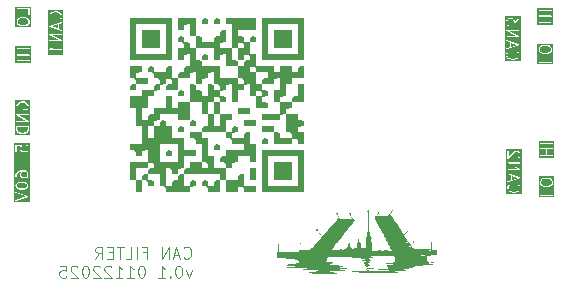
<source format=gbr>
%TF.GenerationSoftware,KiCad,Pcbnew,9.0.6-9.0.6~ubuntu24.04.1*%
%TF.CreationDate,2025-12-01T15:53:02+03:00*%
%TF.ProjectId,canfilter_g4,63616e66-696c-4746-9572-5f67342e6b69,rev?*%
%TF.SameCoordinates,Original*%
%TF.FileFunction,Legend,Bot*%
%TF.FilePolarity,Positive*%
%FSLAX46Y46*%
G04 Gerber Fmt 4.6, Leading zero omitted, Abs format (unit mm)*
G04 Created by KiCad (PCBNEW 9.0.6-9.0.6~ubuntu24.04.1) date 2025-12-01 15:53:02*
%MOMM*%
%LPD*%
G01*
G04 APERTURE LIST*
%ADD10C,0.100000*%
%ADD11C,0.000000*%
G04 APERTURE END LIST*
D10*
G36*
X126029724Y-94012614D02*
G01*
X124715114Y-94012614D01*
X124715114Y-93832369D01*
X124826225Y-93832369D01*
X124826225Y-93870637D01*
X124853285Y-93897697D01*
X124872419Y-93901503D01*
X125872419Y-93901503D01*
X125891553Y-93897697D01*
X125918613Y-93870637D01*
X125918613Y-93832369D01*
X125891553Y-93805309D01*
X125872419Y-93801503D01*
X124872419Y-93801503D01*
X124853285Y-93805309D01*
X124826225Y-93832369D01*
X124715114Y-93832369D01*
X124715114Y-92784750D01*
X124826225Y-92784750D01*
X124826225Y-92823018D01*
X124853285Y-92850078D01*
X124872419Y-92853884D01*
X125298609Y-92853884D01*
X125298609Y-93325312D01*
X124872419Y-93325312D01*
X124853285Y-93329118D01*
X124826225Y-93356178D01*
X124826225Y-93394446D01*
X124853285Y-93421506D01*
X124872419Y-93425312D01*
X125872419Y-93425312D01*
X125891553Y-93421506D01*
X125918613Y-93394446D01*
X125918613Y-93356178D01*
X125891553Y-93329118D01*
X125872419Y-93325312D01*
X125398609Y-93325312D01*
X125398609Y-92853884D01*
X125872419Y-92853884D01*
X125891553Y-92850078D01*
X125918613Y-92823018D01*
X125918613Y-92784750D01*
X125891553Y-92757690D01*
X125872419Y-92753884D01*
X124872419Y-92753884D01*
X124853285Y-92757690D01*
X124826225Y-92784750D01*
X124715114Y-92784750D01*
X124715114Y-92642773D01*
X126029724Y-92642773D01*
X126029724Y-94012614D01*
G37*
G36*
X167169466Y-92505639D02*
G01*
X166663295Y-92674362D01*
X166663295Y-92336915D01*
X167169466Y-92505639D01*
G37*
G36*
X167488691Y-93904845D02*
G01*
X166166469Y-93904845D01*
X166166469Y-93315163D01*
X166277580Y-93315163D01*
X166277580Y-93410401D01*
X166279143Y-93418262D01*
X166280146Y-93426213D01*
X166327766Y-93569070D01*
X166329006Y-93571245D01*
X166329006Y-93572392D01*
X166333455Y-93579050D01*
X166337427Y-93586018D01*
X166338454Y-93586531D01*
X166339845Y-93588613D01*
X166435083Y-93683851D01*
X166441742Y-93688301D01*
X166448077Y-93693217D01*
X166543315Y-93740836D01*
X166548596Y-93742282D01*
X166553549Y-93744622D01*
X166744025Y-93792241D01*
X166750142Y-93792538D01*
X166756152Y-93793734D01*
X166899009Y-93793734D01*
X166905018Y-93792538D01*
X166911136Y-93792241D01*
X167101612Y-93744622D01*
X167106564Y-93742282D01*
X167111846Y-93740836D01*
X167207083Y-93693218D01*
X167213416Y-93688302D01*
X167220078Y-93683851D01*
X167315316Y-93588613D01*
X167316706Y-93586531D01*
X167317734Y-93586018D01*
X167321704Y-93579052D01*
X167326155Y-93572392D01*
X167326155Y-93571244D01*
X167327395Y-93569069D01*
X167375014Y-93426213D01*
X167376016Y-93418262D01*
X167377580Y-93410401D01*
X167377580Y-93315163D01*
X167376016Y-93307301D01*
X167375014Y-93299351D01*
X167327395Y-93156495D01*
X167326155Y-93154319D01*
X167326155Y-93153171D01*
X167321700Y-93146504D01*
X167317734Y-93139546D01*
X167316707Y-93139032D01*
X167315316Y-93136950D01*
X167267697Y-93089332D01*
X167251476Y-93078493D01*
X167213208Y-93078493D01*
X167186148Y-93105553D01*
X167186148Y-93143821D01*
X167196987Y-93160042D01*
X167236259Y-93199315D01*
X167277580Y-93323276D01*
X167277580Y-93402288D01*
X167236259Y-93526249D01*
X167155106Y-93607403D01*
X167072034Y-93648939D01*
X166892854Y-93693734D01*
X166762307Y-93693734D01*
X166583128Y-93648939D01*
X166500054Y-93607402D01*
X166418901Y-93526249D01*
X166377580Y-93402286D01*
X166377580Y-93323277D01*
X166418901Y-93199314D01*
X166458174Y-93160043D01*
X166469013Y-93143822D01*
X166469013Y-93105553D01*
X166441953Y-93078493D01*
X166403684Y-93078493D01*
X166387463Y-93089332D01*
X166339845Y-93136951D01*
X166338454Y-93139032D01*
X166337427Y-93139546D01*
X166333455Y-93146513D01*
X166329006Y-93153172D01*
X166329006Y-93154318D01*
X166327766Y-93156494D01*
X166280146Y-93299351D01*
X166279143Y-93307301D01*
X166277580Y-93315163D01*
X166166469Y-93315163D01*
X166166469Y-92175850D01*
X166277706Y-92175850D01*
X166294820Y-92210079D01*
X166311769Y-92219740D01*
X166563295Y-92303582D01*
X166563295Y-92707696D01*
X166311769Y-92791538D01*
X166294820Y-92801199D01*
X166277706Y-92835428D01*
X166289807Y-92871732D01*
X166324036Y-92888846D01*
X166343391Y-92886406D01*
X167343391Y-92553073D01*
X167360339Y-92543412D01*
X167362010Y-92540069D01*
X167365352Y-92538399D01*
X167370365Y-92523360D01*
X167377454Y-92509183D01*
X167376272Y-92505639D01*
X167377454Y-92502095D01*
X167370365Y-92487917D01*
X167365352Y-92472879D01*
X167362010Y-92471208D01*
X167360339Y-92467866D01*
X167343391Y-92458205D01*
X166343391Y-92124872D01*
X166324036Y-92122432D01*
X166289807Y-92139546D01*
X166277706Y-92175850D01*
X166166469Y-92175850D01*
X166166469Y-91261238D01*
X166277979Y-91261238D01*
X166281386Y-91273730D01*
X166281386Y-91286678D01*
X166286240Y-91291532D01*
X166288048Y-91298159D01*
X166302773Y-91310956D01*
X167139302Y-91788972D01*
X166327580Y-91788972D01*
X166308446Y-91792778D01*
X166281386Y-91819838D01*
X166281386Y-91858106D01*
X166308446Y-91885166D01*
X166327580Y-91888972D01*
X167327580Y-91888972D01*
X167346714Y-91885166D01*
X167351568Y-91880311D01*
X167358195Y-91878504D01*
X167364620Y-91867259D01*
X167373774Y-91858106D01*
X167373774Y-91851240D01*
X167377181Y-91845278D01*
X167373774Y-91832785D01*
X167373774Y-91819838D01*
X167368918Y-91814982D01*
X167367112Y-91808358D01*
X167352387Y-91795560D01*
X166515858Y-91317544D01*
X167327580Y-91317544D01*
X167346714Y-91313738D01*
X167373774Y-91286678D01*
X167373774Y-91248410D01*
X167346714Y-91221350D01*
X167327580Y-91217544D01*
X166327580Y-91217544D01*
X166308446Y-91221350D01*
X166303591Y-91226204D01*
X166296965Y-91228012D01*
X166290539Y-91239256D01*
X166281386Y-91248410D01*
X166281386Y-91255275D01*
X166277979Y-91261238D01*
X166166469Y-91261238D01*
X166166469Y-90458020D01*
X166277580Y-90458020D01*
X166277580Y-90743734D01*
X166278068Y-90746190D01*
X166277706Y-90747279D01*
X166279822Y-90755006D01*
X166281386Y-90762868D01*
X166282197Y-90763679D01*
X166282859Y-90766095D01*
X166330479Y-90861333D01*
X166335394Y-90867667D01*
X166339845Y-90874327D01*
X166387463Y-90921946D01*
X166403684Y-90932785D01*
X166441953Y-90932785D01*
X166469013Y-90905725D01*
X166469013Y-90867456D01*
X166458174Y-90851235D01*
X166416292Y-90809354D01*
X166377580Y-90731930D01*
X166377580Y-90469823D01*
X166416292Y-90392399D01*
X166452437Y-90356255D01*
X166529861Y-90317544D01*
X166744349Y-90317544D01*
X166821772Y-90356255D01*
X166857916Y-90392400D01*
X166896628Y-90469823D01*
X166896628Y-90600877D01*
X166899402Y-90614823D01*
X166899264Y-90616896D01*
X166899976Y-90617710D01*
X166900434Y-90620011D01*
X166912874Y-90632451D01*
X166924463Y-90645696D01*
X166926237Y-90645814D01*
X166927494Y-90647071D01*
X166945093Y-90647071D01*
X166962647Y-90648241D01*
X166964679Y-90647071D01*
X166965762Y-90647071D01*
X166967232Y-90645600D01*
X166979553Y-90638506D01*
X167277580Y-90377732D01*
X167277580Y-90886591D01*
X167281386Y-90905725D01*
X167308446Y-90932785D01*
X167346714Y-90932785D01*
X167373774Y-90905725D01*
X167377580Y-90886591D01*
X167377580Y-90267544D01*
X167374805Y-90253597D01*
X167374944Y-90251525D01*
X167374231Y-90250710D01*
X167373774Y-90248410D01*
X167361333Y-90235969D01*
X167349745Y-90222725D01*
X167347970Y-90222606D01*
X167346714Y-90221350D01*
X167329115Y-90221350D01*
X167311561Y-90220180D01*
X167309529Y-90221350D01*
X167308446Y-90221350D01*
X167306975Y-90222820D01*
X167294655Y-90229915D01*
X166996628Y-90490688D01*
X166996628Y-90458020D01*
X166996139Y-90455563D01*
X166996502Y-90454475D01*
X166994385Y-90446747D01*
X166992822Y-90438886D01*
X166992010Y-90438074D01*
X166991349Y-90435659D01*
X166943730Y-90340421D01*
X166938818Y-90334092D01*
X166934364Y-90327426D01*
X166886745Y-90279808D01*
X166880083Y-90275356D01*
X166873750Y-90270441D01*
X166778513Y-90222823D01*
X166776097Y-90222161D01*
X166775286Y-90221350D01*
X166767424Y-90219786D01*
X166759697Y-90217670D01*
X166758608Y-90218032D01*
X166756152Y-90217544D01*
X166518057Y-90217544D01*
X166515600Y-90218032D01*
X166514512Y-90217670D01*
X166506784Y-90219786D01*
X166498923Y-90221350D01*
X166498111Y-90222161D01*
X166495696Y-90222823D01*
X166400458Y-90270442D01*
X166394129Y-90275353D01*
X166387463Y-90279808D01*
X166339845Y-90327427D01*
X166335394Y-90334086D01*
X166330479Y-90340421D01*
X166282859Y-90435659D01*
X166282197Y-90438074D01*
X166281386Y-90438886D01*
X166279822Y-90446747D01*
X166277706Y-90454475D01*
X166278068Y-90455563D01*
X166277580Y-90458020D01*
X166166469Y-90458020D01*
X166166469Y-90106433D01*
X167488691Y-90106433D01*
X167488691Y-93904845D01*
G37*
G36*
X128286704Y-91113083D02*
G01*
X127780532Y-90944360D01*
X128286704Y-90775636D01*
X128286704Y-91113083D01*
G37*
G36*
X128783530Y-93339760D02*
G01*
X127461308Y-93339760D01*
X127461308Y-92906444D01*
X127573370Y-92906444D01*
X127576225Y-92910726D01*
X127576225Y-92915875D01*
X127586521Y-92926171D01*
X127594597Y-92938285D01*
X127599644Y-92939294D01*
X127603285Y-92942935D01*
X127622419Y-92946741D01*
X128572419Y-92946741D01*
X128572419Y-93182455D01*
X128576225Y-93201589D01*
X128603285Y-93228649D01*
X128641553Y-93228649D01*
X128668613Y-93201589D01*
X128672419Y-93182455D01*
X128672419Y-92611027D01*
X128668613Y-92591893D01*
X128641553Y-92564833D01*
X128603285Y-92564833D01*
X128576225Y-92591893D01*
X128572419Y-92611027D01*
X128572419Y-92846741D01*
X127787557Y-92846741D01*
X127793011Y-92843105D01*
X127796515Y-92839608D01*
X127800631Y-92836858D01*
X127895869Y-92741620D01*
X127900319Y-92734960D01*
X127905235Y-92728626D01*
X127952854Y-92633388D01*
X127958007Y-92614572D01*
X127945905Y-92578267D01*
X127911677Y-92561153D01*
X127875373Y-92573255D01*
X127863411Y-92588667D01*
X127819420Y-92676648D01*
X127733425Y-92762644D01*
X127594684Y-92855138D01*
X127580875Y-92868919D01*
X127579865Y-92873966D01*
X127576225Y-92877607D01*
X127576225Y-92892169D01*
X127573370Y-92906444D01*
X127461308Y-92906444D01*
X127461308Y-91604721D01*
X127572818Y-91604721D01*
X127576225Y-91617213D01*
X127576225Y-91630161D01*
X127581079Y-91635015D01*
X127582887Y-91641642D01*
X127597612Y-91654439D01*
X128434141Y-92132455D01*
X127622419Y-92132455D01*
X127603285Y-92136261D01*
X127576225Y-92163321D01*
X127576225Y-92201589D01*
X127603285Y-92228649D01*
X127622419Y-92232455D01*
X128622419Y-92232455D01*
X128641553Y-92228649D01*
X128646407Y-92223794D01*
X128653034Y-92221987D01*
X128659459Y-92210742D01*
X128668613Y-92201589D01*
X128668613Y-92194723D01*
X128672020Y-92188761D01*
X128668613Y-92176268D01*
X128668613Y-92163321D01*
X128663757Y-92158465D01*
X128661951Y-92151841D01*
X128647226Y-92139043D01*
X127810697Y-91661027D01*
X128622419Y-91661027D01*
X128641553Y-91657221D01*
X128668613Y-91630161D01*
X128668613Y-91591893D01*
X128641553Y-91564833D01*
X128622419Y-91561027D01*
X127622419Y-91561027D01*
X127603285Y-91564833D01*
X127598430Y-91569687D01*
X127591804Y-91571495D01*
X127585378Y-91582739D01*
X127576225Y-91591893D01*
X127576225Y-91598758D01*
X127572818Y-91604721D01*
X127461308Y-91604721D01*
X127461308Y-90940816D01*
X127572545Y-90940816D01*
X127573726Y-90944360D01*
X127572545Y-90947904D01*
X127579632Y-90962080D01*
X127584646Y-90977120D01*
X127587988Y-90978790D01*
X127589659Y-90982133D01*
X127606608Y-90991794D01*
X128606607Y-91325127D01*
X128625963Y-91327567D01*
X128660191Y-91310453D01*
X128672293Y-91274149D01*
X128655178Y-91239920D01*
X128638230Y-91230259D01*
X128386704Y-91146417D01*
X128386704Y-90742302D01*
X128638230Y-90658461D01*
X128655178Y-90648800D01*
X128672293Y-90614571D01*
X128660191Y-90578267D01*
X128625963Y-90561153D01*
X128606607Y-90563593D01*
X127606608Y-90896926D01*
X127589659Y-90906587D01*
X127587988Y-90909929D01*
X127584646Y-90911600D01*
X127579632Y-90926639D01*
X127572545Y-90940816D01*
X127461308Y-90940816D01*
X127461308Y-90039598D01*
X127572419Y-90039598D01*
X127572419Y-90134836D01*
X127573982Y-90142698D01*
X127574985Y-90150647D01*
X127622604Y-90293504D01*
X127623844Y-90295679D01*
X127623844Y-90296827D01*
X127628297Y-90303491D01*
X127632265Y-90310452D01*
X127633291Y-90310965D01*
X127634683Y-90313048D01*
X127682301Y-90360667D01*
X127698522Y-90371506D01*
X127736791Y-90371506D01*
X127763851Y-90344446D01*
X127763851Y-90306177D01*
X127753012Y-90289956D01*
X127713739Y-90250684D01*
X127672419Y-90126722D01*
X127672419Y-90047711D01*
X127713739Y-89923749D01*
X127794892Y-89842596D01*
X127877966Y-89801059D01*
X128057145Y-89756265D01*
X128187692Y-89756265D01*
X128366872Y-89801060D01*
X128449942Y-89842595D01*
X128531099Y-89923751D01*
X128572419Y-90047711D01*
X128572419Y-90126723D01*
X128531099Y-90250682D01*
X128491825Y-90289956D01*
X128480986Y-90306177D01*
X128480986Y-90344446D01*
X128508045Y-90371506D01*
X128546314Y-90371506D01*
X128562535Y-90360668D01*
X128610155Y-90313049D01*
X128611546Y-90310966D01*
X128612573Y-90310453D01*
X128616539Y-90303494D01*
X128620994Y-90296828D01*
X128620994Y-90295679D01*
X128622234Y-90293504D01*
X128669853Y-90150648D01*
X128670855Y-90142697D01*
X128672419Y-90134836D01*
X128672419Y-90039598D01*
X128670855Y-90031736D01*
X128669853Y-90023786D01*
X128622234Y-89880930D01*
X128620994Y-89878754D01*
X128620994Y-89877607D01*
X128616543Y-89870946D01*
X128612573Y-89863981D01*
X128611545Y-89863467D01*
X128610155Y-89861386D01*
X128514916Y-89766147D01*
X128508249Y-89761692D01*
X128501921Y-89756781D01*
X128406684Y-89709163D01*
X128401402Y-89707716D01*
X128396450Y-89705377D01*
X128205974Y-89657758D01*
X128199856Y-89657460D01*
X128193847Y-89656265D01*
X128050990Y-89656265D01*
X128044980Y-89657460D01*
X128038863Y-89657758D01*
X127848387Y-89705377D01*
X127843434Y-89707716D01*
X127838153Y-89709163D01*
X127742915Y-89756782D01*
X127736580Y-89761697D01*
X127729921Y-89766148D01*
X127634683Y-89861386D01*
X127633291Y-89863468D01*
X127632265Y-89863982D01*
X127628297Y-89870942D01*
X127623844Y-89877607D01*
X127623844Y-89878754D01*
X127622604Y-89880930D01*
X127574985Y-90023787D01*
X127573982Y-90031735D01*
X127572419Y-90039598D01*
X127461308Y-90039598D01*
X127461308Y-89545154D01*
X128783530Y-89545154D01*
X128783530Y-93339760D01*
G37*
G36*
X170009161Y-103910311D02*
G01*
X170088867Y-103990017D01*
X170127580Y-104067442D01*
X170127580Y-104234311D01*
X170088867Y-104311736D01*
X170009161Y-104391442D01*
X169838092Y-104434210D01*
X169517069Y-104434210D01*
X169345999Y-104391442D01*
X169266292Y-104311735D01*
X169227580Y-104234311D01*
X169227580Y-104067442D01*
X169266292Y-103990018D01*
X169345999Y-103910311D01*
X169517069Y-103867544D01*
X169838092Y-103867544D01*
X170009161Y-103910311D01*
G37*
G36*
X170338691Y-105407226D02*
G01*
X169016469Y-105407226D01*
X169016469Y-104769925D01*
X169127580Y-104769925D01*
X169127580Y-105246115D01*
X169131386Y-105265249D01*
X169158446Y-105292309D01*
X169177580Y-105296115D01*
X170177580Y-105296115D01*
X170196714Y-105292309D01*
X170223774Y-105265249D01*
X170223774Y-105226981D01*
X170196714Y-105199921D01*
X170177580Y-105196115D01*
X169227580Y-105196115D01*
X169227580Y-104769925D01*
X169223774Y-104750791D01*
X169196714Y-104723731D01*
X169158446Y-104723731D01*
X169131386Y-104750791D01*
X169127580Y-104769925D01*
X169016469Y-104769925D01*
X169016469Y-104055639D01*
X169127580Y-104055639D01*
X169127580Y-104246115D01*
X169128068Y-104248571D01*
X169127706Y-104249660D01*
X169129822Y-104257387D01*
X169131386Y-104265249D01*
X169132197Y-104266060D01*
X169132859Y-104268476D01*
X169180479Y-104363714D01*
X169185394Y-104370048D01*
X169189845Y-104376708D01*
X169285083Y-104471946D01*
X169289585Y-104474954D01*
X169290672Y-104476765D01*
X169296210Y-104479381D01*
X169301304Y-104482785D01*
X169303415Y-104482785D01*
X169308311Y-104485098D01*
X169498787Y-104532717D01*
X169504904Y-104533014D01*
X169510914Y-104534210D01*
X169844247Y-104534210D01*
X169850256Y-104533014D01*
X169856374Y-104532717D01*
X170046850Y-104485098D01*
X170051746Y-104482785D01*
X170053857Y-104482785D01*
X170058950Y-104479381D01*
X170064489Y-104476765D01*
X170065575Y-104474954D01*
X170070078Y-104471946D01*
X170165316Y-104376708D01*
X170169766Y-104370048D01*
X170174682Y-104363714D01*
X170222301Y-104268476D01*
X170222962Y-104266060D01*
X170223774Y-104265249D01*
X170225337Y-104257387D01*
X170227454Y-104249660D01*
X170227091Y-104248571D01*
X170227580Y-104246115D01*
X170227580Y-104055639D01*
X170227091Y-104053182D01*
X170227454Y-104052094D01*
X170225337Y-104044366D01*
X170223774Y-104036505D01*
X170222962Y-104035693D01*
X170222301Y-104033278D01*
X170174682Y-103938040D01*
X170169766Y-103931705D01*
X170165316Y-103925046D01*
X170070078Y-103829808D01*
X170065575Y-103826799D01*
X170064489Y-103824989D01*
X170058950Y-103822372D01*
X170053857Y-103818969D01*
X170051746Y-103818969D01*
X170046850Y-103816656D01*
X169856374Y-103769037D01*
X169850256Y-103768739D01*
X169844247Y-103767544D01*
X169510914Y-103767544D01*
X169504904Y-103768739D01*
X169498787Y-103769037D01*
X169308311Y-103816656D01*
X169303415Y-103818969D01*
X169301304Y-103818969D01*
X169296210Y-103822372D01*
X169290672Y-103824989D01*
X169289585Y-103826799D01*
X169285083Y-103829808D01*
X169189845Y-103925046D01*
X169185394Y-103931705D01*
X169180479Y-103938040D01*
X169132859Y-104033278D01*
X169132197Y-104035693D01*
X169131386Y-104036505D01*
X169129822Y-104044366D01*
X169127706Y-104052094D01*
X169128068Y-104053182D01*
X169127580Y-104055639D01*
X169016469Y-104055639D01*
X169016469Y-103656433D01*
X170338691Y-103656433D01*
X170338691Y-105407226D01*
G37*
G36*
X125772419Y-99681485D02*
G01*
X125731099Y-99805444D01*
X125649942Y-99886600D01*
X125566872Y-99928136D01*
X125387692Y-99972931D01*
X125257145Y-99972931D01*
X125077966Y-99928136D01*
X124994892Y-99886599D01*
X124913739Y-99805446D01*
X124872419Y-99681484D01*
X124872419Y-99501503D01*
X125772419Y-99501503D01*
X125772419Y-99681485D01*
G37*
G36*
X125983530Y-100184042D02*
G01*
X124661308Y-100184042D01*
X124661308Y-99451503D01*
X124772419Y-99451503D01*
X124772419Y-99689598D01*
X124773982Y-99697460D01*
X124774985Y-99705409D01*
X124822604Y-99848266D01*
X124823844Y-99850441D01*
X124823844Y-99851589D01*
X124828297Y-99858253D01*
X124832265Y-99865214D01*
X124833291Y-99865727D01*
X124834683Y-99867810D01*
X124929921Y-99963048D01*
X124936580Y-99967498D01*
X124942915Y-99972414D01*
X125038153Y-100020033D01*
X125043434Y-100021479D01*
X125048387Y-100023819D01*
X125238863Y-100071438D01*
X125244980Y-100071735D01*
X125250990Y-100072931D01*
X125393847Y-100072931D01*
X125399856Y-100071735D01*
X125405974Y-100071438D01*
X125596450Y-100023819D01*
X125601402Y-100021479D01*
X125606684Y-100020033D01*
X125701921Y-99972415D01*
X125708249Y-99967503D01*
X125714916Y-99963049D01*
X125810155Y-99867810D01*
X125811545Y-99865728D01*
X125812573Y-99865215D01*
X125816543Y-99858249D01*
X125820994Y-99851589D01*
X125820994Y-99850441D01*
X125822234Y-99848266D01*
X125869853Y-99705410D01*
X125870855Y-99697459D01*
X125872419Y-99689598D01*
X125872419Y-99451503D01*
X125868613Y-99432369D01*
X125841553Y-99405309D01*
X125822419Y-99401503D01*
X124822419Y-99401503D01*
X124803285Y-99405309D01*
X124776225Y-99432369D01*
X124772419Y-99451503D01*
X124661308Y-99451503D01*
X124661308Y-98397578D01*
X124772818Y-98397578D01*
X124776225Y-98410070D01*
X124776225Y-98423018D01*
X124781079Y-98427872D01*
X124782887Y-98434499D01*
X124797612Y-98447296D01*
X125634141Y-98925312D01*
X124822419Y-98925312D01*
X124803285Y-98929118D01*
X124776225Y-98956178D01*
X124776225Y-98994446D01*
X124803285Y-99021506D01*
X124822419Y-99025312D01*
X125822419Y-99025312D01*
X125841553Y-99021506D01*
X125846407Y-99016651D01*
X125853034Y-99014844D01*
X125859459Y-99003599D01*
X125868613Y-98994446D01*
X125868613Y-98987580D01*
X125872020Y-98981618D01*
X125868613Y-98969125D01*
X125868613Y-98956178D01*
X125863757Y-98951322D01*
X125861951Y-98944698D01*
X125847226Y-98931900D01*
X125010697Y-98453884D01*
X125822419Y-98453884D01*
X125841553Y-98450078D01*
X125868613Y-98423018D01*
X125868613Y-98384750D01*
X125841553Y-98357690D01*
X125822419Y-98353884D01*
X124822419Y-98353884D01*
X124803285Y-98357690D01*
X124798430Y-98362544D01*
X124791804Y-98364352D01*
X124785378Y-98375596D01*
X124776225Y-98384750D01*
X124776225Y-98391615D01*
X124772818Y-98397578D01*
X124661308Y-98397578D01*
X124661308Y-97689598D01*
X124772419Y-97689598D01*
X124772419Y-97832455D01*
X124772907Y-97834911D01*
X124772545Y-97836000D01*
X124774661Y-97843727D01*
X124776225Y-97851589D01*
X124777036Y-97852400D01*
X124777698Y-97854816D01*
X124825316Y-97950053D01*
X124837278Y-97965465D01*
X124873582Y-97977567D01*
X124907810Y-97960453D01*
X124919912Y-97924148D01*
X124914759Y-97905332D01*
X124872419Y-97820652D01*
X124872419Y-97697711D01*
X124913739Y-97573749D01*
X124994892Y-97492596D01*
X125077966Y-97451059D01*
X125257145Y-97406265D01*
X125387692Y-97406265D01*
X125566872Y-97451060D01*
X125649942Y-97492595D01*
X125731099Y-97573751D01*
X125772419Y-97697711D01*
X125772419Y-97776723D01*
X125731099Y-97900682D01*
X125706469Y-97925312D01*
X125443847Y-97925312D01*
X125443847Y-97784836D01*
X125440041Y-97765702D01*
X125412981Y-97738642D01*
X125374713Y-97738642D01*
X125347653Y-97765702D01*
X125343847Y-97784836D01*
X125343847Y-97975312D01*
X125347653Y-97994446D01*
X125374713Y-98021506D01*
X125393847Y-98025312D01*
X125727180Y-98025312D01*
X125746314Y-98021506D01*
X125762535Y-98010668D01*
X125810155Y-97963049D01*
X125811546Y-97960966D01*
X125812573Y-97960453D01*
X125816539Y-97953494D01*
X125820994Y-97946828D01*
X125820994Y-97945679D01*
X125822234Y-97943504D01*
X125869853Y-97800648D01*
X125870855Y-97792697D01*
X125872419Y-97784836D01*
X125872419Y-97689598D01*
X125870855Y-97681736D01*
X125869853Y-97673786D01*
X125822234Y-97530930D01*
X125820994Y-97528754D01*
X125820994Y-97527607D01*
X125816543Y-97520946D01*
X125812573Y-97513981D01*
X125811545Y-97513467D01*
X125810155Y-97511386D01*
X125714916Y-97416147D01*
X125708249Y-97411692D01*
X125701921Y-97406781D01*
X125606684Y-97359163D01*
X125601402Y-97357716D01*
X125596450Y-97355377D01*
X125405974Y-97307758D01*
X125399856Y-97307460D01*
X125393847Y-97306265D01*
X125250990Y-97306265D01*
X125244980Y-97307460D01*
X125238863Y-97307758D01*
X125048387Y-97355377D01*
X125043434Y-97357716D01*
X125038153Y-97359163D01*
X124942915Y-97406782D01*
X124936580Y-97411697D01*
X124929921Y-97416148D01*
X124834683Y-97511386D01*
X124833291Y-97513468D01*
X124832265Y-97513982D01*
X124828297Y-97520942D01*
X124823844Y-97527607D01*
X124823844Y-97528754D01*
X124822604Y-97530930D01*
X124774985Y-97673787D01*
X124773982Y-97681735D01*
X124772419Y-97689598D01*
X124661308Y-97689598D01*
X124661308Y-97195154D01*
X125983530Y-97195154D01*
X125983530Y-100184042D01*
G37*
G36*
X170234885Y-90807226D02*
G01*
X168920275Y-90807226D01*
X168920275Y-90055553D01*
X169031386Y-90055553D01*
X169031386Y-90093821D01*
X169058446Y-90120881D01*
X169077580Y-90124687D01*
X169551390Y-90124687D01*
X169551390Y-90596115D01*
X169077580Y-90596115D01*
X169058446Y-90599921D01*
X169031386Y-90626981D01*
X169031386Y-90665249D01*
X169058446Y-90692309D01*
X169077580Y-90696115D01*
X170077580Y-90696115D01*
X170096714Y-90692309D01*
X170123774Y-90665249D01*
X170123774Y-90626981D01*
X170096714Y-90599921D01*
X170077580Y-90596115D01*
X169651390Y-90596115D01*
X169651390Y-90124687D01*
X170077580Y-90124687D01*
X170096714Y-90120881D01*
X170123774Y-90093821D01*
X170123774Y-90055553D01*
X170096714Y-90028493D01*
X170077580Y-90024687D01*
X169077580Y-90024687D01*
X169058446Y-90028493D01*
X169031386Y-90055553D01*
X168920275Y-90055553D01*
X168920275Y-89579362D01*
X169031386Y-89579362D01*
X169031386Y-89617630D01*
X169058446Y-89644690D01*
X169077580Y-89648496D01*
X170077580Y-89648496D01*
X170096714Y-89644690D01*
X170123774Y-89617630D01*
X170123774Y-89579362D01*
X170096714Y-89552302D01*
X170077580Y-89548496D01*
X169077580Y-89548496D01*
X169058446Y-89552302D01*
X169031386Y-89579362D01*
X168920275Y-89579362D01*
X168920275Y-89437385D01*
X170234885Y-89437385D01*
X170234885Y-90807226D01*
G37*
G36*
X167269466Y-103755639D02*
G01*
X166763295Y-103924362D01*
X166763295Y-103586915D01*
X167269466Y-103755639D01*
G37*
G36*
X167588691Y-105154845D02*
G01*
X166266469Y-105154845D01*
X166266469Y-104565163D01*
X166377580Y-104565163D01*
X166377580Y-104660401D01*
X166379143Y-104668262D01*
X166380146Y-104676213D01*
X166427766Y-104819070D01*
X166429006Y-104821245D01*
X166429006Y-104822392D01*
X166433455Y-104829050D01*
X166437427Y-104836018D01*
X166438454Y-104836531D01*
X166439845Y-104838613D01*
X166535083Y-104933851D01*
X166541742Y-104938301D01*
X166548077Y-104943217D01*
X166643315Y-104990836D01*
X166648596Y-104992282D01*
X166653549Y-104994622D01*
X166844025Y-105042241D01*
X166850142Y-105042538D01*
X166856152Y-105043734D01*
X166999009Y-105043734D01*
X167005018Y-105042538D01*
X167011136Y-105042241D01*
X167201612Y-104994622D01*
X167206564Y-104992282D01*
X167211846Y-104990836D01*
X167307083Y-104943218D01*
X167313416Y-104938302D01*
X167320078Y-104933851D01*
X167415316Y-104838613D01*
X167416706Y-104836531D01*
X167417734Y-104836018D01*
X167421704Y-104829052D01*
X167426155Y-104822392D01*
X167426155Y-104821244D01*
X167427395Y-104819069D01*
X167475014Y-104676213D01*
X167476016Y-104668262D01*
X167477580Y-104660401D01*
X167477580Y-104565163D01*
X167476016Y-104557301D01*
X167475014Y-104549351D01*
X167427395Y-104406495D01*
X167426155Y-104404319D01*
X167426155Y-104403171D01*
X167421700Y-104396504D01*
X167417734Y-104389546D01*
X167416707Y-104389032D01*
X167415316Y-104386950D01*
X167367697Y-104339332D01*
X167351476Y-104328493D01*
X167313208Y-104328493D01*
X167286148Y-104355553D01*
X167286148Y-104393821D01*
X167296987Y-104410042D01*
X167336259Y-104449315D01*
X167377580Y-104573276D01*
X167377580Y-104652288D01*
X167336259Y-104776249D01*
X167255106Y-104857403D01*
X167172034Y-104898939D01*
X166992854Y-104943734D01*
X166862307Y-104943734D01*
X166683128Y-104898939D01*
X166600054Y-104857402D01*
X166518901Y-104776249D01*
X166477580Y-104652286D01*
X166477580Y-104573277D01*
X166518901Y-104449314D01*
X166558174Y-104410043D01*
X166569013Y-104393822D01*
X166569013Y-104355553D01*
X166541953Y-104328493D01*
X166503684Y-104328493D01*
X166487463Y-104339332D01*
X166439845Y-104386951D01*
X166438454Y-104389032D01*
X166437427Y-104389546D01*
X166433455Y-104396513D01*
X166429006Y-104403172D01*
X166429006Y-104404318D01*
X166427766Y-104406494D01*
X166380146Y-104549351D01*
X166379143Y-104557301D01*
X166377580Y-104565163D01*
X166266469Y-104565163D01*
X166266469Y-103425850D01*
X166377706Y-103425850D01*
X166394820Y-103460079D01*
X166411769Y-103469740D01*
X166663295Y-103553582D01*
X166663295Y-103957696D01*
X166411769Y-104041538D01*
X166394820Y-104051199D01*
X166377706Y-104085428D01*
X166389807Y-104121732D01*
X166424036Y-104138846D01*
X166443391Y-104136406D01*
X167443391Y-103803073D01*
X167460339Y-103793412D01*
X167462010Y-103790069D01*
X167465352Y-103788399D01*
X167470365Y-103773360D01*
X167477454Y-103759183D01*
X167476272Y-103755639D01*
X167477454Y-103752095D01*
X167470365Y-103737917D01*
X167465352Y-103722879D01*
X167462010Y-103721208D01*
X167460339Y-103717866D01*
X167443391Y-103708205D01*
X166443391Y-103374872D01*
X166424036Y-103372432D01*
X166389807Y-103389546D01*
X166377706Y-103425850D01*
X166266469Y-103425850D01*
X166266469Y-102511238D01*
X166377979Y-102511238D01*
X166381386Y-102523730D01*
X166381386Y-102536678D01*
X166386240Y-102541532D01*
X166388048Y-102548159D01*
X166402773Y-102560956D01*
X167239302Y-103038972D01*
X166427580Y-103038972D01*
X166408446Y-103042778D01*
X166381386Y-103069838D01*
X166381386Y-103108106D01*
X166408446Y-103135166D01*
X166427580Y-103138972D01*
X167427580Y-103138972D01*
X167446714Y-103135166D01*
X167451568Y-103130311D01*
X167458195Y-103128504D01*
X167464620Y-103117259D01*
X167473774Y-103108106D01*
X167473774Y-103101240D01*
X167477181Y-103095278D01*
X167473774Y-103082785D01*
X167473774Y-103069838D01*
X167468918Y-103064982D01*
X167467112Y-103058358D01*
X167452387Y-103045560D01*
X166615858Y-102567544D01*
X167427580Y-102567544D01*
X167446714Y-102563738D01*
X167473774Y-102536678D01*
X167473774Y-102498410D01*
X167446714Y-102471350D01*
X167427580Y-102467544D01*
X166427580Y-102467544D01*
X166408446Y-102471350D01*
X166403591Y-102476204D01*
X166396965Y-102478012D01*
X166390539Y-102489256D01*
X166381386Y-102498410D01*
X166381386Y-102505275D01*
X166377979Y-102511238D01*
X166266469Y-102511238D01*
X166266469Y-101517544D01*
X166377580Y-101517544D01*
X166377580Y-102136591D01*
X166381386Y-102155725D01*
X166408446Y-102182785D01*
X166446714Y-102182785D01*
X166462935Y-102171946D01*
X167026017Y-101608864D01*
X167149979Y-101567544D01*
X167225301Y-101567544D01*
X167302724Y-101606255D01*
X167338868Y-101642400D01*
X167377580Y-101719823D01*
X167377580Y-101934311D01*
X167338868Y-102011734D01*
X167296987Y-102053617D01*
X167286148Y-102069838D01*
X167286148Y-102108106D01*
X167313208Y-102135166D01*
X167351476Y-102135166D01*
X167367697Y-102124327D01*
X167415316Y-102076709D01*
X167419770Y-102070042D01*
X167424682Y-102063714D01*
X167472301Y-101968476D01*
X167472962Y-101966060D01*
X167473774Y-101965249D01*
X167475337Y-101957387D01*
X167477454Y-101949660D01*
X167477091Y-101948571D01*
X167477580Y-101946115D01*
X167477580Y-101708020D01*
X167477091Y-101705563D01*
X167477454Y-101704475D01*
X167475337Y-101696747D01*
X167473774Y-101688886D01*
X167472962Y-101688074D01*
X167472301Y-101685659D01*
X167424682Y-101590421D01*
X167419770Y-101584092D01*
X167415316Y-101577426D01*
X167367697Y-101529808D01*
X167361035Y-101525356D01*
X167354702Y-101520441D01*
X167259465Y-101472823D01*
X167257049Y-101472161D01*
X167256238Y-101471350D01*
X167248376Y-101469786D01*
X167240649Y-101467670D01*
X167239560Y-101468032D01*
X167237104Y-101467544D01*
X167141866Y-101467544D01*
X167134004Y-101469107D01*
X167126054Y-101470110D01*
X166983198Y-101517729D01*
X166981023Y-101518969D01*
X166979875Y-101518969D01*
X166973214Y-101523419D01*
X166966249Y-101527390D01*
X166965735Y-101528417D01*
X166963654Y-101529808D01*
X166477580Y-102015881D01*
X166477580Y-101517544D01*
X166473774Y-101498410D01*
X166446714Y-101471350D01*
X166408446Y-101471350D01*
X166381386Y-101498410D01*
X166377580Y-101517544D01*
X166266469Y-101517544D01*
X166266469Y-101356433D01*
X167588691Y-101356433D01*
X167588691Y-105154845D01*
G37*
G36*
X169909161Y-92660311D02*
G01*
X169988867Y-92740017D01*
X170027580Y-92817442D01*
X170027580Y-92984311D01*
X169988867Y-93061736D01*
X169909161Y-93141442D01*
X169738092Y-93184210D01*
X169417069Y-93184210D01*
X169245999Y-93141442D01*
X169166292Y-93061735D01*
X169127580Y-92984311D01*
X169127580Y-92817442D01*
X169166292Y-92740018D01*
X169245999Y-92660311D01*
X169417069Y-92617544D01*
X169738092Y-92617544D01*
X169909161Y-92660311D01*
G37*
G36*
X170238691Y-94157226D02*
G01*
X168916469Y-94157226D01*
X168916469Y-93519925D01*
X169027580Y-93519925D01*
X169027580Y-93996115D01*
X169031386Y-94015249D01*
X169058446Y-94042309D01*
X169077580Y-94046115D01*
X170077580Y-94046115D01*
X170096714Y-94042309D01*
X170123774Y-94015249D01*
X170123774Y-93976981D01*
X170096714Y-93949921D01*
X170077580Y-93946115D01*
X169127580Y-93946115D01*
X169127580Y-93519925D01*
X169123774Y-93500791D01*
X169096714Y-93473731D01*
X169058446Y-93473731D01*
X169031386Y-93500791D01*
X169027580Y-93519925D01*
X168916469Y-93519925D01*
X168916469Y-92805639D01*
X169027580Y-92805639D01*
X169027580Y-92996115D01*
X169028068Y-92998571D01*
X169027706Y-92999660D01*
X169029822Y-93007387D01*
X169031386Y-93015249D01*
X169032197Y-93016060D01*
X169032859Y-93018476D01*
X169080479Y-93113714D01*
X169085394Y-93120048D01*
X169089845Y-93126708D01*
X169185083Y-93221946D01*
X169189585Y-93224954D01*
X169190672Y-93226765D01*
X169196210Y-93229381D01*
X169201304Y-93232785D01*
X169203415Y-93232785D01*
X169208311Y-93235098D01*
X169398787Y-93282717D01*
X169404904Y-93283014D01*
X169410914Y-93284210D01*
X169744247Y-93284210D01*
X169750256Y-93283014D01*
X169756374Y-93282717D01*
X169946850Y-93235098D01*
X169951746Y-93232785D01*
X169953857Y-93232785D01*
X169958950Y-93229381D01*
X169964489Y-93226765D01*
X169965575Y-93224954D01*
X169970078Y-93221946D01*
X170065316Y-93126708D01*
X170069766Y-93120048D01*
X170074682Y-93113714D01*
X170122301Y-93018476D01*
X170122962Y-93016060D01*
X170123774Y-93015249D01*
X170125337Y-93007387D01*
X170127454Y-92999660D01*
X170127091Y-92998571D01*
X170127580Y-92996115D01*
X170127580Y-92805639D01*
X170127091Y-92803182D01*
X170127454Y-92802094D01*
X170125337Y-92794366D01*
X170123774Y-92786505D01*
X170122962Y-92785693D01*
X170122301Y-92783278D01*
X170074682Y-92688040D01*
X170069766Y-92681705D01*
X170065316Y-92675046D01*
X169970078Y-92579808D01*
X169965575Y-92576799D01*
X169964489Y-92574989D01*
X169958950Y-92572372D01*
X169953857Y-92568969D01*
X169951746Y-92568969D01*
X169946850Y-92566656D01*
X169756374Y-92519037D01*
X169750256Y-92518739D01*
X169744247Y-92517544D01*
X169410914Y-92517544D01*
X169404904Y-92518739D01*
X169398787Y-92519037D01*
X169208311Y-92566656D01*
X169203415Y-92568969D01*
X169201304Y-92568969D01*
X169196210Y-92572372D01*
X169190672Y-92574989D01*
X169189585Y-92576799D01*
X169185083Y-92579808D01*
X169089845Y-92675046D01*
X169085394Y-92681705D01*
X169080479Y-92688040D01*
X169032859Y-92783278D01*
X169032197Y-92785693D01*
X169031386Y-92786505D01*
X169029822Y-92794366D01*
X169027706Y-92802094D01*
X169028068Y-92803182D01*
X169027580Y-92805639D01*
X168916469Y-92805639D01*
X168916469Y-92406433D01*
X170238691Y-92406433D01*
X170238691Y-94157226D01*
G37*
X138974687Y-110517236D02*
X139022306Y-110564856D01*
X139022306Y-110564856D02*
X139165163Y-110612475D01*
X139165163Y-110612475D02*
X139260401Y-110612475D01*
X139260401Y-110612475D02*
X139403258Y-110564856D01*
X139403258Y-110564856D02*
X139498496Y-110469617D01*
X139498496Y-110469617D02*
X139546115Y-110374379D01*
X139546115Y-110374379D02*
X139593734Y-110183903D01*
X139593734Y-110183903D02*
X139593734Y-110041046D01*
X139593734Y-110041046D02*
X139546115Y-109850570D01*
X139546115Y-109850570D02*
X139498496Y-109755332D01*
X139498496Y-109755332D02*
X139403258Y-109660094D01*
X139403258Y-109660094D02*
X139260401Y-109612475D01*
X139260401Y-109612475D02*
X139165163Y-109612475D01*
X139165163Y-109612475D02*
X139022306Y-109660094D01*
X139022306Y-109660094D02*
X138974687Y-109707713D01*
X138593734Y-110326760D02*
X138117544Y-110326760D01*
X138688972Y-110612475D02*
X138355639Y-109612475D01*
X138355639Y-109612475D02*
X138022306Y-110612475D01*
X137688972Y-110612475D02*
X137688972Y-109612475D01*
X137688972Y-109612475D02*
X137117544Y-110612475D01*
X137117544Y-110612475D02*
X137117544Y-109612475D01*
X135546115Y-110088665D02*
X135879448Y-110088665D01*
X135879448Y-110612475D02*
X135879448Y-109612475D01*
X135879448Y-109612475D02*
X135403258Y-109612475D01*
X135022305Y-110612475D02*
X135022305Y-109612475D01*
X134069925Y-110612475D02*
X134546115Y-110612475D01*
X134546115Y-110612475D02*
X134546115Y-109612475D01*
X133879448Y-109612475D02*
X133308020Y-109612475D01*
X133593734Y-110612475D02*
X133593734Y-109612475D01*
X132974686Y-110088665D02*
X132641353Y-110088665D01*
X132498496Y-110612475D02*
X132974686Y-110612475D01*
X132974686Y-110612475D02*
X132974686Y-109612475D01*
X132974686Y-109612475D02*
X132498496Y-109612475D01*
X131498496Y-110612475D02*
X131831829Y-110136284D01*
X132069924Y-110612475D02*
X132069924Y-109612475D01*
X132069924Y-109612475D02*
X131688972Y-109612475D01*
X131688972Y-109612475D02*
X131593734Y-109660094D01*
X131593734Y-109660094D02*
X131546115Y-109707713D01*
X131546115Y-109707713D02*
X131498496Y-109802951D01*
X131498496Y-109802951D02*
X131498496Y-109945808D01*
X131498496Y-109945808D02*
X131546115Y-110041046D01*
X131546115Y-110041046D02*
X131593734Y-110088665D01*
X131593734Y-110088665D02*
X131688972Y-110136284D01*
X131688972Y-110136284D02*
X132069924Y-110136284D01*
X139641353Y-111555752D02*
X139403258Y-112222419D01*
X139403258Y-112222419D02*
X139165163Y-111555752D01*
X138593734Y-111222419D02*
X138498496Y-111222419D01*
X138498496Y-111222419D02*
X138403258Y-111270038D01*
X138403258Y-111270038D02*
X138355639Y-111317657D01*
X138355639Y-111317657D02*
X138308020Y-111412895D01*
X138308020Y-111412895D02*
X138260401Y-111603371D01*
X138260401Y-111603371D02*
X138260401Y-111841466D01*
X138260401Y-111841466D02*
X138308020Y-112031942D01*
X138308020Y-112031942D02*
X138355639Y-112127180D01*
X138355639Y-112127180D02*
X138403258Y-112174800D01*
X138403258Y-112174800D02*
X138498496Y-112222419D01*
X138498496Y-112222419D02*
X138593734Y-112222419D01*
X138593734Y-112222419D02*
X138688972Y-112174800D01*
X138688972Y-112174800D02*
X138736591Y-112127180D01*
X138736591Y-112127180D02*
X138784210Y-112031942D01*
X138784210Y-112031942D02*
X138831829Y-111841466D01*
X138831829Y-111841466D02*
X138831829Y-111603371D01*
X138831829Y-111603371D02*
X138784210Y-111412895D01*
X138784210Y-111412895D02*
X138736591Y-111317657D01*
X138736591Y-111317657D02*
X138688972Y-111270038D01*
X138688972Y-111270038D02*
X138593734Y-111222419D01*
X137831829Y-112127180D02*
X137784210Y-112174800D01*
X137784210Y-112174800D02*
X137831829Y-112222419D01*
X137831829Y-112222419D02*
X137879448Y-112174800D01*
X137879448Y-112174800D02*
X137831829Y-112127180D01*
X137831829Y-112127180D02*
X137831829Y-112222419D01*
X136831830Y-112222419D02*
X137403258Y-112222419D01*
X137117544Y-112222419D02*
X137117544Y-111222419D01*
X137117544Y-111222419D02*
X137212782Y-111365276D01*
X137212782Y-111365276D02*
X137308020Y-111460514D01*
X137308020Y-111460514D02*
X137403258Y-111508133D01*
X135450877Y-111222419D02*
X135355639Y-111222419D01*
X135355639Y-111222419D02*
X135260401Y-111270038D01*
X135260401Y-111270038D02*
X135212782Y-111317657D01*
X135212782Y-111317657D02*
X135165163Y-111412895D01*
X135165163Y-111412895D02*
X135117544Y-111603371D01*
X135117544Y-111603371D02*
X135117544Y-111841466D01*
X135117544Y-111841466D02*
X135165163Y-112031942D01*
X135165163Y-112031942D02*
X135212782Y-112127180D01*
X135212782Y-112127180D02*
X135260401Y-112174800D01*
X135260401Y-112174800D02*
X135355639Y-112222419D01*
X135355639Y-112222419D02*
X135450877Y-112222419D01*
X135450877Y-112222419D02*
X135546115Y-112174800D01*
X135546115Y-112174800D02*
X135593734Y-112127180D01*
X135593734Y-112127180D02*
X135641353Y-112031942D01*
X135641353Y-112031942D02*
X135688972Y-111841466D01*
X135688972Y-111841466D02*
X135688972Y-111603371D01*
X135688972Y-111603371D02*
X135641353Y-111412895D01*
X135641353Y-111412895D02*
X135593734Y-111317657D01*
X135593734Y-111317657D02*
X135546115Y-111270038D01*
X135546115Y-111270038D02*
X135450877Y-111222419D01*
X134165163Y-112222419D02*
X134736591Y-112222419D01*
X134450877Y-112222419D02*
X134450877Y-111222419D01*
X134450877Y-111222419D02*
X134546115Y-111365276D01*
X134546115Y-111365276D02*
X134641353Y-111460514D01*
X134641353Y-111460514D02*
X134736591Y-111508133D01*
X133212782Y-112222419D02*
X133784210Y-112222419D01*
X133498496Y-112222419D02*
X133498496Y-111222419D01*
X133498496Y-111222419D02*
X133593734Y-111365276D01*
X133593734Y-111365276D02*
X133688972Y-111460514D01*
X133688972Y-111460514D02*
X133784210Y-111508133D01*
X132831829Y-111317657D02*
X132784210Y-111270038D01*
X132784210Y-111270038D02*
X132688972Y-111222419D01*
X132688972Y-111222419D02*
X132450877Y-111222419D01*
X132450877Y-111222419D02*
X132355639Y-111270038D01*
X132355639Y-111270038D02*
X132308020Y-111317657D01*
X132308020Y-111317657D02*
X132260401Y-111412895D01*
X132260401Y-111412895D02*
X132260401Y-111508133D01*
X132260401Y-111508133D02*
X132308020Y-111650990D01*
X132308020Y-111650990D02*
X132879448Y-112222419D01*
X132879448Y-112222419D02*
X132260401Y-112222419D01*
X131879448Y-111317657D02*
X131831829Y-111270038D01*
X131831829Y-111270038D02*
X131736591Y-111222419D01*
X131736591Y-111222419D02*
X131498496Y-111222419D01*
X131498496Y-111222419D02*
X131403258Y-111270038D01*
X131403258Y-111270038D02*
X131355639Y-111317657D01*
X131355639Y-111317657D02*
X131308020Y-111412895D01*
X131308020Y-111412895D02*
X131308020Y-111508133D01*
X131308020Y-111508133D02*
X131355639Y-111650990D01*
X131355639Y-111650990D02*
X131927067Y-112222419D01*
X131927067Y-112222419D02*
X131308020Y-112222419D01*
X130688972Y-111222419D02*
X130593734Y-111222419D01*
X130593734Y-111222419D02*
X130498496Y-111270038D01*
X130498496Y-111270038D02*
X130450877Y-111317657D01*
X130450877Y-111317657D02*
X130403258Y-111412895D01*
X130403258Y-111412895D02*
X130355639Y-111603371D01*
X130355639Y-111603371D02*
X130355639Y-111841466D01*
X130355639Y-111841466D02*
X130403258Y-112031942D01*
X130403258Y-112031942D02*
X130450877Y-112127180D01*
X130450877Y-112127180D02*
X130498496Y-112174800D01*
X130498496Y-112174800D02*
X130593734Y-112222419D01*
X130593734Y-112222419D02*
X130688972Y-112222419D01*
X130688972Y-112222419D02*
X130784210Y-112174800D01*
X130784210Y-112174800D02*
X130831829Y-112127180D01*
X130831829Y-112127180D02*
X130879448Y-112031942D01*
X130879448Y-112031942D02*
X130927067Y-111841466D01*
X130927067Y-111841466D02*
X130927067Y-111603371D01*
X130927067Y-111603371D02*
X130879448Y-111412895D01*
X130879448Y-111412895D02*
X130831829Y-111317657D01*
X130831829Y-111317657D02*
X130784210Y-111270038D01*
X130784210Y-111270038D02*
X130688972Y-111222419D01*
X129974686Y-111317657D02*
X129927067Y-111270038D01*
X129927067Y-111270038D02*
X129831829Y-111222419D01*
X129831829Y-111222419D02*
X129593734Y-111222419D01*
X129593734Y-111222419D02*
X129498496Y-111270038D01*
X129498496Y-111270038D02*
X129450877Y-111317657D01*
X129450877Y-111317657D02*
X129403258Y-111412895D01*
X129403258Y-111412895D02*
X129403258Y-111508133D01*
X129403258Y-111508133D02*
X129450877Y-111650990D01*
X129450877Y-111650990D02*
X130022305Y-112222419D01*
X130022305Y-112222419D02*
X129403258Y-112222419D01*
X128498496Y-111222419D02*
X128974686Y-111222419D01*
X128974686Y-111222419D02*
X129022305Y-111698609D01*
X129022305Y-111698609D02*
X128974686Y-111650990D01*
X128974686Y-111650990D02*
X128879448Y-111603371D01*
X128879448Y-111603371D02*
X128641353Y-111603371D01*
X128641353Y-111603371D02*
X128546115Y-111650990D01*
X128546115Y-111650990D02*
X128498496Y-111698609D01*
X128498496Y-111698609D02*
X128450877Y-111793847D01*
X128450877Y-111793847D02*
X128450877Y-112031942D01*
X128450877Y-112031942D02*
X128498496Y-112127180D01*
X128498496Y-112127180D02*
X128546115Y-112174800D01*
X128546115Y-112174800D02*
X128641353Y-112222419D01*
X128641353Y-112222419D02*
X128879448Y-112222419D01*
X128879448Y-112222419D02*
X128974686Y-112174800D01*
X128974686Y-112174800D02*
X129022305Y-112127180D01*
G36*
X170334885Y-102057226D02*
G01*
X169020275Y-102057226D01*
X169020275Y-101305553D01*
X169131386Y-101305553D01*
X169131386Y-101343821D01*
X169158446Y-101370881D01*
X169177580Y-101374687D01*
X169651390Y-101374687D01*
X169651390Y-101846115D01*
X169177580Y-101846115D01*
X169158446Y-101849921D01*
X169131386Y-101876981D01*
X169131386Y-101915249D01*
X169158446Y-101942309D01*
X169177580Y-101946115D01*
X170177580Y-101946115D01*
X170196714Y-101942309D01*
X170223774Y-101915249D01*
X170223774Y-101876981D01*
X170196714Y-101849921D01*
X170177580Y-101846115D01*
X169751390Y-101846115D01*
X169751390Y-101374687D01*
X170177580Y-101374687D01*
X170196714Y-101370881D01*
X170223774Y-101343821D01*
X170223774Y-101305553D01*
X170196714Y-101278493D01*
X170177580Y-101274687D01*
X169177580Y-101274687D01*
X169158446Y-101278493D01*
X169131386Y-101305553D01*
X169020275Y-101305553D01*
X169020275Y-100829362D01*
X169131386Y-100829362D01*
X169131386Y-100867630D01*
X169158446Y-100894690D01*
X169177580Y-100898496D01*
X170177580Y-100898496D01*
X170196714Y-100894690D01*
X170223774Y-100867630D01*
X170223774Y-100829362D01*
X170196714Y-100802302D01*
X170177580Y-100798496D01*
X169177580Y-100798496D01*
X169158446Y-100802302D01*
X169131386Y-100829362D01*
X169020275Y-100829362D01*
X169020275Y-100687385D01*
X170334885Y-100687385D01*
X170334885Y-102057226D01*
G37*
G36*
X125703998Y-90308556D02*
G01*
X125783707Y-90388265D01*
X125822419Y-90465687D01*
X125822419Y-90632556D01*
X125783707Y-90709978D01*
X125703998Y-90789687D01*
X125532930Y-90832455D01*
X125211907Y-90832455D01*
X125040837Y-90789687D01*
X124961131Y-90709981D01*
X124922419Y-90632557D01*
X124922419Y-90465687D01*
X124961131Y-90388263D01*
X125040837Y-90308556D01*
X125211907Y-90265789D01*
X125532930Y-90265789D01*
X125703998Y-90308556D01*
G37*
G36*
X126033530Y-91043566D02*
G01*
X124711308Y-91043566D01*
X124711308Y-90453884D01*
X124822419Y-90453884D01*
X124822419Y-90644360D01*
X124822907Y-90646816D01*
X124822545Y-90647905D01*
X124824661Y-90655632D01*
X124826225Y-90663494D01*
X124827036Y-90664305D01*
X124827698Y-90666721D01*
X124875316Y-90761958D01*
X124880231Y-90768291D01*
X124884683Y-90774953D01*
X124979921Y-90870191D01*
X124984423Y-90873199D01*
X124985510Y-90875010D01*
X124991048Y-90877626D01*
X124996142Y-90881030D01*
X124998253Y-90881030D01*
X125003149Y-90883343D01*
X125193625Y-90930962D01*
X125199742Y-90931259D01*
X125205752Y-90932455D01*
X125539085Y-90932455D01*
X125545094Y-90931259D01*
X125551212Y-90930962D01*
X125741688Y-90883343D01*
X125746584Y-90881030D01*
X125748695Y-90881030D01*
X125753790Y-90877625D01*
X125759327Y-90875010D01*
X125760412Y-90873201D01*
X125764916Y-90870192D01*
X125860155Y-90774953D01*
X125864605Y-90768293D01*
X125869521Y-90761959D01*
X125917140Y-90666721D01*
X125917801Y-90664305D01*
X125918613Y-90663494D01*
X125920176Y-90655632D01*
X125922293Y-90647905D01*
X125921930Y-90646816D01*
X125922419Y-90644360D01*
X125922419Y-90453884D01*
X125921930Y-90451427D01*
X125922293Y-90450339D01*
X125920176Y-90442611D01*
X125918613Y-90434750D01*
X125917801Y-90433938D01*
X125917140Y-90431523D01*
X125869521Y-90336285D01*
X125864605Y-90329950D01*
X125860155Y-90323291D01*
X125764916Y-90228052D01*
X125760412Y-90225042D01*
X125759327Y-90223234D01*
X125753790Y-90220618D01*
X125748695Y-90217214D01*
X125746584Y-90217214D01*
X125741688Y-90214901D01*
X125551212Y-90167282D01*
X125545094Y-90166984D01*
X125539085Y-90165789D01*
X125205752Y-90165789D01*
X125199742Y-90166984D01*
X125193625Y-90167282D01*
X125003149Y-90214901D01*
X124998253Y-90217214D01*
X124996142Y-90217214D01*
X124991048Y-90220617D01*
X124985510Y-90223234D01*
X124984423Y-90225044D01*
X124979921Y-90228053D01*
X124884683Y-90323291D01*
X124880231Y-90329952D01*
X124875316Y-90336286D01*
X124827698Y-90431523D01*
X124827036Y-90433938D01*
X124826225Y-90434750D01*
X124824661Y-90442611D01*
X124822545Y-90450339D01*
X124822907Y-90451427D01*
X124822419Y-90453884D01*
X124711308Y-90453884D01*
X124711308Y-89434750D01*
X124826225Y-89434750D01*
X124826225Y-89473018D01*
X124853285Y-89500078D01*
X124872419Y-89503884D01*
X125822419Y-89503884D01*
X125822419Y-89930074D01*
X125826225Y-89949208D01*
X125853285Y-89976268D01*
X125891553Y-89976268D01*
X125918613Y-89949208D01*
X125922419Y-89930074D01*
X125922419Y-89453884D01*
X125918613Y-89434750D01*
X125891553Y-89407690D01*
X125872419Y-89403884D01*
X124872419Y-89403884D01*
X124853285Y-89407690D01*
X124826225Y-89434750D01*
X124711308Y-89434750D01*
X124711308Y-89292773D01*
X126033530Y-89292773D01*
X126033530Y-91043566D01*
G37*
G36*
X125564491Y-104243917D02*
G01*
X125647561Y-104285452D01*
X125683708Y-104321598D01*
X125722419Y-104399020D01*
X125722419Y-104470651D01*
X125683708Y-104548073D01*
X125647561Y-104584219D01*
X125564491Y-104625755D01*
X125385311Y-104670550D01*
X125159526Y-104670550D01*
X124980347Y-104625755D01*
X124897275Y-104584219D01*
X124861130Y-104548075D01*
X124822419Y-104470652D01*
X124822419Y-104399020D01*
X124861130Y-104321596D01*
X124897275Y-104285452D01*
X124980347Y-104243916D01*
X125159526Y-104199122D01*
X125385311Y-104199122D01*
X125564491Y-104243917D01*
G37*
G36*
X125647561Y-103285452D02*
G01*
X125683708Y-103321598D01*
X125722419Y-103399020D01*
X125722419Y-103565889D01*
X125683708Y-103643311D01*
X125647561Y-103679457D01*
X125570139Y-103718169D01*
X125355651Y-103718169D01*
X125278227Y-103679457D01*
X125242082Y-103643313D01*
X125203371Y-103565890D01*
X125203371Y-103399020D01*
X125242082Y-103321596D01*
X125278227Y-103285452D01*
X125355651Y-103246741D01*
X125570139Y-103246741D01*
X125647561Y-103285452D01*
G37*
G36*
X125933530Y-105833916D02*
G01*
X124611308Y-105833916D01*
X124611308Y-105009809D01*
X124722545Y-105009809D01*
X124739659Y-105044038D01*
X124756608Y-105053699D01*
X125614305Y-105339598D01*
X124756608Y-105625497D01*
X124739659Y-105635158D01*
X124722545Y-105669387D01*
X124734646Y-105705691D01*
X124768875Y-105722805D01*
X124788230Y-105720365D01*
X125788230Y-105387032D01*
X125805178Y-105377371D01*
X125806849Y-105374028D01*
X125810191Y-105372358D01*
X125815204Y-105357319D01*
X125822293Y-105343142D01*
X125821111Y-105339598D01*
X125822293Y-105336054D01*
X125815204Y-105321876D01*
X125810191Y-105306838D01*
X125806849Y-105305167D01*
X125805178Y-105301825D01*
X125788230Y-105292164D01*
X124788230Y-104958831D01*
X124768875Y-104956391D01*
X124734646Y-104973505D01*
X124722545Y-105009809D01*
X124611308Y-105009809D01*
X124611308Y-104387217D01*
X124722419Y-104387217D01*
X124722419Y-104482455D01*
X124722907Y-104484911D01*
X124722545Y-104486000D01*
X124724661Y-104493727D01*
X124726225Y-104501589D01*
X124727036Y-104502400D01*
X124727698Y-104504816D01*
X124775316Y-104600053D01*
X124780231Y-104606386D01*
X124784683Y-104613048D01*
X124832301Y-104660667D01*
X124838967Y-104665121D01*
X124845296Y-104670033D01*
X124940534Y-104717652D01*
X124945815Y-104719098D01*
X124950768Y-104721438D01*
X125141244Y-104769057D01*
X125147361Y-104769354D01*
X125153371Y-104770550D01*
X125391466Y-104770550D01*
X125397475Y-104769354D01*
X125403593Y-104769057D01*
X125594069Y-104721438D01*
X125599021Y-104719098D01*
X125604303Y-104717652D01*
X125699540Y-104670034D01*
X125705868Y-104665122D01*
X125712535Y-104660668D01*
X125760155Y-104613049D01*
X125764609Y-104606382D01*
X125769521Y-104600054D01*
X125817140Y-104504816D01*
X125817801Y-104502400D01*
X125818613Y-104501589D01*
X125820176Y-104493727D01*
X125822293Y-104486000D01*
X125821930Y-104484911D01*
X125822419Y-104482455D01*
X125822419Y-104387217D01*
X125821930Y-104384760D01*
X125822293Y-104383672D01*
X125820176Y-104375944D01*
X125818613Y-104368083D01*
X125817801Y-104367271D01*
X125817140Y-104364856D01*
X125769521Y-104269618D01*
X125764609Y-104263289D01*
X125760155Y-104256623D01*
X125712535Y-104209004D01*
X125705868Y-104204549D01*
X125699540Y-104199638D01*
X125604303Y-104152020D01*
X125599021Y-104150573D01*
X125594069Y-104148234D01*
X125403593Y-104100615D01*
X125397475Y-104100317D01*
X125391466Y-104099122D01*
X125153371Y-104099122D01*
X125147361Y-104100317D01*
X125141244Y-104100615D01*
X124950768Y-104148234D01*
X124945815Y-104150573D01*
X124940534Y-104152020D01*
X124845296Y-104199639D01*
X124838967Y-104204550D01*
X124832301Y-104209005D01*
X124784683Y-104256624D01*
X124780231Y-104263285D01*
X124775316Y-104269619D01*
X124727698Y-104364856D01*
X124727036Y-104367271D01*
X124726225Y-104368083D01*
X124724661Y-104375944D01*
X124722545Y-104383672D01*
X124722907Y-104384760D01*
X124722419Y-104387217D01*
X124611308Y-104387217D01*
X124611308Y-103482455D01*
X124722419Y-103482455D01*
X124722419Y-103672931D01*
X124726225Y-103692065D01*
X124753285Y-103719125D01*
X124791553Y-103719125D01*
X124818613Y-103692065D01*
X124822419Y-103672931D01*
X124822419Y-103494258D01*
X124861130Y-103416834D01*
X124899510Y-103378455D01*
X125031041Y-103290766D01*
X125165238Y-103257217D01*
X125161183Y-103263285D01*
X125156268Y-103269619D01*
X125108650Y-103364856D01*
X125107988Y-103367271D01*
X125107177Y-103368083D01*
X125105613Y-103375944D01*
X125103497Y-103383672D01*
X125103859Y-103384760D01*
X125103371Y-103387217D01*
X125103371Y-103577693D01*
X125103859Y-103580149D01*
X125103497Y-103581238D01*
X125105613Y-103588965D01*
X125107177Y-103596827D01*
X125107988Y-103597638D01*
X125108650Y-103600054D01*
X125156268Y-103695291D01*
X125161183Y-103701624D01*
X125165635Y-103708286D01*
X125213253Y-103755905D01*
X125219919Y-103760359D01*
X125226248Y-103765271D01*
X125321486Y-103812890D01*
X125323901Y-103813551D01*
X125324713Y-103814363D01*
X125332574Y-103815926D01*
X125340302Y-103818043D01*
X125341390Y-103817680D01*
X125343847Y-103818169D01*
X125581942Y-103818169D01*
X125584398Y-103817680D01*
X125585487Y-103818043D01*
X125593214Y-103815926D01*
X125601076Y-103814363D01*
X125601887Y-103813551D01*
X125604303Y-103812890D01*
X125699540Y-103765272D01*
X125705868Y-103760360D01*
X125712535Y-103755906D01*
X125760155Y-103708287D01*
X125764609Y-103701620D01*
X125769521Y-103695292D01*
X125817140Y-103600054D01*
X125817801Y-103597638D01*
X125818613Y-103596827D01*
X125820176Y-103588965D01*
X125822293Y-103581238D01*
X125821930Y-103580149D01*
X125822419Y-103577693D01*
X125822419Y-103387217D01*
X125821930Y-103384760D01*
X125822293Y-103383672D01*
X125820176Y-103375944D01*
X125818613Y-103368083D01*
X125817801Y-103367271D01*
X125817140Y-103364856D01*
X125769521Y-103269618D01*
X125764609Y-103263289D01*
X125760155Y-103256623D01*
X125712535Y-103209004D01*
X125705868Y-103204549D01*
X125699540Y-103199638D01*
X125604303Y-103152020D01*
X125601887Y-103151358D01*
X125601076Y-103150547D01*
X125593214Y-103148983D01*
X125585487Y-103146867D01*
X125584398Y-103147229D01*
X125581942Y-103146741D01*
X125200990Y-103146741D01*
X125194980Y-103147936D01*
X125188863Y-103148234D01*
X124998387Y-103195853D01*
X124990679Y-103199494D01*
X124982779Y-103202757D01*
X124839922Y-103297995D01*
X124836417Y-103301492D01*
X124832301Y-103304243D01*
X124784683Y-103351862D01*
X124780231Y-103358523D01*
X124775316Y-103364857D01*
X124727698Y-103460094D01*
X124727036Y-103462509D01*
X124726225Y-103463321D01*
X124724661Y-103471182D01*
X124722545Y-103478910D01*
X124722907Y-103479998D01*
X124722419Y-103482455D01*
X124611308Y-103482455D01*
X124611308Y-102006265D01*
X125341466Y-102006265D01*
X125341466Y-102768170D01*
X125345272Y-102787304D01*
X125372332Y-102814364D01*
X125410600Y-102814364D01*
X125437660Y-102787304D01*
X125441466Y-102768170D01*
X125441466Y-102006265D01*
X125437660Y-101987131D01*
X125410600Y-101960071D01*
X125372332Y-101960071D01*
X125345272Y-101987131D01*
X125341466Y-102006265D01*
X124611308Y-102006265D01*
X124611308Y-101053884D01*
X124722419Y-101053884D01*
X124722419Y-101530074D01*
X124726225Y-101549208D01*
X124753285Y-101576268D01*
X124791553Y-101576268D01*
X124818613Y-101549208D01*
X124822419Y-101530074D01*
X124822419Y-101099133D01*
X125138255Y-101067549D01*
X125108650Y-101126761D01*
X125107988Y-101129176D01*
X125107177Y-101129988D01*
X125105613Y-101137849D01*
X125103497Y-101145577D01*
X125103859Y-101146665D01*
X125103371Y-101149122D01*
X125103371Y-101387217D01*
X125103859Y-101389673D01*
X125103497Y-101390762D01*
X125105613Y-101398489D01*
X125107177Y-101406351D01*
X125107988Y-101407162D01*
X125108650Y-101409578D01*
X125156268Y-101504815D01*
X125161183Y-101511148D01*
X125165635Y-101517810D01*
X125213253Y-101565429D01*
X125219919Y-101569883D01*
X125226248Y-101574795D01*
X125321486Y-101622414D01*
X125323901Y-101623075D01*
X125324713Y-101623887D01*
X125332574Y-101625450D01*
X125340302Y-101627567D01*
X125341390Y-101627204D01*
X125343847Y-101627693D01*
X125581942Y-101627693D01*
X125584398Y-101627204D01*
X125585487Y-101627567D01*
X125593214Y-101625450D01*
X125601076Y-101623887D01*
X125601887Y-101623075D01*
X125604303Y-101622414D01*
X125699540Y-101574796D01*
X125705868Y-101569884D01*
X125712535Y-101565430D01*
X125760155Y-101517811D01*
X125764609Y-101511144D01*
X125769521Y-101504816D01*
X125817140Y-101409578D01*
X125817801Y-101407162D01*
X125818613Y-101406351D01*
X125820176Y-101398489D01*
X125822293Y-101390762D01*
X125821930Y-101389673D01*
X125822419Y-101387217D01*
X125822419Y-101149122D01*
X125821930Y-101146665D01*
X125822293Y-101145577D01*
X125820176Y-101137849D01*
X125818613Y-101129988D01*
X125817801Y-101129176D01*
X125817140Y-101126761D01*
X125769521Y-101031523D01*
X125764609Y-101025194D01*
X125760155Y-101018528D01*
X125712535Y-100970909D01*
X125696314Y-100960071D01*
X125658045Y-100960071D01*
X125630986Y-100987131D01*
X125630986Y-101025400D01*
X125641825Y-101041621D01*
X125683708Y-101083503D01*
X125722419Y-101160925D01*
X125722419Y-101375413D01*
X125683708Y-101452835D01*
X125647561Y-101488981D01*
X125570139Y-101527693D01*
X125355651Y-101527693D01*
X125278227Y-101488981D01*
X125242082Y-101452837D01*
X125203371Y-101375414D01*
X125203371Y-101160925D01*
X125242082Y-101083501D01*
X125283964Y-101041621D01*
X125294803Y-101025400D01*
X125294803Y-101022755D01*
X125296478Y-101020708D01*
X125294803Y-101003958D01*
X125294803Y-100987131D01*
X125292933Y-100985261D01*
X125292670Y-100982629D01*
X125279640Y-100971968D01*
X125267743Y-100960071D01*
X125265099Y-100960071D01*
X125263052Y-100958396D01*
X125243634Y-100956513D01*
X124767444Y-101004132D01*
X124755777Y-101007690D01*
X124753285Y-101007690D01*
X124752191Y-101008783D01*
X124748783Y-101009823D01*
X124738122Y-101022852D01*
X124726225Y-101034750D01*
X124725530Y-101038242D01*
X124724550Y-101039441D01*
X124724798Y-101041922D01*
X124722419Y-101053884D01*
X124611308Y-101053884D01*
X124611308Y-100845402D01*
X125933530Y-100845402D01*
X125933530Y-105833916D01*
G37*
D11*
%TO.C,G\u002A\u002A\u002A*%
G36*
X136974000Y-92062000D02*
G01*
X136974000Y-92824000D01*
X136212000Y-92824000D01*
X135450000Y-92824000D01*
X135450000Y-92062000D01*
X135450000Y-91300000D01*
X136212000Y-91300000D01*
X136974000Y-91300000D01*
X136974000Y-92062000D01*
G37*
G36*
X144594000Y-98158000D02*
G01*
X144594000Y-98412000D01*
X144086000Y-98412000D01*
X143578000Y-98412000D01*
X143578000Y-98158000D01*
X143578000Y-97904000D01*
X144086000Y-97904000D01*
X144594000Y-97904000D01*
X144594000Y-98158000D01*
G37*
G36*
X145102000Y-99174000D02*
G01*
X145102000Y-99428000D01*
X144594000Y-99428000D01*
X144086000Y-99428000D01*
X144086000Y-99174000D01*
X144086000Y-98920000D01*
X144594000Y-98920000D01*
X145102000Y-98920000D01*
X145102000Y-99174000D01*
G37*
G36*
X145102000Y-103492000D02*
G01*
X145102000Y-104000000D01*
X144848000Y-104000000D01*
X144594000Y-104000000D01*
X144594000Y-103492000D01*
X144594000Y-102984000D01*
X144848000Y-102984000D01*
X145102000Y-102984000D01*
X145102000Y-103492000D01*
G37*
G36*
X148150000Y-92062000D02*
G01*
X148150000Y-92824000D01*
X147388000Y-92824000D01*
X146626000Y-92824000D01*
X146626000Y-92062000D01*
X146626000Y-91300000D01*
X147388000Y-91300000D01*
X148150000Y-91300000D01*
X148150000Y-92062000D01*
G37*
G36*
X148150000Y-103238000D02*
G01*
X148150000Y-104000000D01*
X147388000Y-104000000D01*
X146626000Y-104000000D01*
X146626000Y-103238000D01*
X146626000Y-102476000D01*
X147388000Y-102476000D01*
X148150000Y-102476000D01*
X148150000Y-103238000D01*
G37*
G36*
X137870061Y-101467781D02*
G01*
X137969021Y-101534091D01*
X137990000Y-101714000D01*
X137982219Y-101848060D01*
X137915909Y-101947020D01*
X137736000Y-101968000D01*
X137601940Y-101960218D01*
X137502980Y-101893908D01*
X137482000Y-101714000D01*
X137489782Y-101579939D01*
X137556092Y-101480979D01*
X137736000Y-101460000D01*
X137870061Y-101467781D01*
G37*
G36*
X138886061Y-96387781D02*
G01*
X138985021Y-96454091D01*
X139006000Y-96634000D01*
X138998219Y-96768060D01*
X138931909Y-96867020D01*
X138752000Y-96888000D01*
X138617940Y-96880218D01*
X138518980Y-96813908D01*
X138498000Y-96634000D01*
X138505782Y-96499939D01*
X138572092Y-96400979D01*
X138752000Y-96380000D01*
X138886061Y-96387781D01*
G37*
G36*
X138886061Y-99435781D02*
G01*
X138985021Y-99502091D01*
X139006000Y-99682000D01*
X138998219Y-99816060D01*
X138931909Y-99915020D01*
X138752000Y-99936000D01*
X138617940Y-99928218D01*
X138518980Y-99861908D01*
X138498000Y-99682000D01*
X138505782Y-99547939D01*
X138572092Y-99448979D01*
X138752000Y-99428000D01*
X138886061Y-99435781D01*
G37*
G36*
X139902061Y-98927781D02*
G01*
X140001021Y-98994091D01*
X140022000Y-99174000D01*
X140014219Y-99308060D01*
X139947909Y-99407020D01*
X139768000Y-99428000D01*
X139633940Y-99420218D01*
X139534980Y-99353908D01*
X139514000Y-99174000D01*
X139521782Y-99039939D01*
X139588092Y-98940979D01*
X139768000Y-98920000D01*
X139902061Y-98927781D01*
G37*
G36*
X140918061Y-90291781D02*
G01*
X141017021Y-90358091D01*
X141038000Y-90538000D01*
X141030219Y-90672060D01*
X140963909Y-90771020D01*
X140784000Y-90792000D01*
X140649940Y-90784218D01*
X140550980Y-90717908D01*
X140530000Y-90538000D01*
X140537782Y-90403939D01*
X140604092Y-90304979D01*
X140784000Y-90284000D01*
X140918061Y-90291781D01*
G37*
G36*
X140918061Y-93339781D02*
G01*
X141017021Y-93406091D01*
X141038000Y-93586000D01*
X141030219Y-93720060D01*
X140963909Y-93819020D01*
X140784000Y-93840000D01*
X140649940Y-93832218D01*
X140550980Y-93765908D01*
X140530000Y-93586000D01*
X140537782Y-93451939D01*
X140604092Y-93352979D01*
X140784000Y-93332000D01*
X140918061Y-93339781D01*
G37*
G36*
X141934061Y-90291781D02*
G01*
X142033021Y-90358091D01*
X142054000Y-90538000D01*
X142046219Y-90672060D01*
X141979909Y-90771020D01*
X141800000Y-90792000D01*
X141665940Y-90784218D01*
X141566980Y-90717908D01*
X141546000Y-90538000D01*
X141553782Y-90403939D01*
X141620092Y-90304979D01*
X141800000Y-90284000D01*
X141934061Y-90291781D01*
G37*
G36*
X141934061Y-100959781D02*
G01*
X142033021Y-101026091D01*
X142054000Y-101206000D01*
X142046219Y-101340060D01*
X141979909Y-101439020D01*
X141800000Y-101460000D01*
X141665940Y-101452218D01*
X141566980Y-101385908D01*
X141546000Y-101206000D01*
X141553782Y-101071939D01*
X141620092Y-100972979D01*
X141800000Y-100952000D01*
X141934061Y-100959781D01*
G37*
G36*
X145998061Y-100451781D02*
G01*
X146097021Y-100518091D01*
X146118000Y-100698000D01*
X146110219Y-100832060D01*
X146043909Y-100931020D01*
X145864000Y-100952000D01*
X145729940Y-100944218D01*
X145630980Y-100877908D01*
X145610000Y-100698000D01*
X145617782Y-100563939D01*
X145684092Y-100464979D01*
X145864000Y-100444000D01*
X145998061Y-100451781D01*
G37*
G36*
X137990000Y-93840000D02*
G01*
X136212000Y-93840000D01*
X134434000Y-93840000D01*
X134434000Y-92062000D01*
X134434000Y-90792000D01*
X134942000Y-90792000D01*
X134942000Y-92062000D01*
X134942000Y-93332000D01*
X136212000Y-93332000D01*
X137482000Y-93332000D01*
X137482000Y-92062000D01*
X137482000Y-90792000D01*
X136212000Y-90792000D01*
X134942000Y-90792000D01*
X134434000Y-90792000D01*
X134434000Y-90284000D01*
X136212000Y-90284000D01*
X137990000Y-90284000D01*
X137990000Y-92062000D01*
X137990000Y-93840000D01*
G37*
G36*
X149166000Y-93840000D02*
G01*
X147388000Y-93840000D01*
X145610000Y-93840000D01*
X145610000Y-92062000D01*
X145610000Y-90792000D01*
X146118000Y-90792000D01*
X146118000Y-92062000D01*
X146118000Y-93332000D01*
X147388000Y-93332000D01*
X148658000Y-93332000D01*
X148658000Y-92062000D01*
X148658000Y-90792000D01*
X147388000Y-90792000D01*
X146118000Y-90792000D01*
X145610000Y-90792000D01*
X145610000Y-90284000D01*
X147388000Y-90284000D01*
X149166000Y-90284000D01*
X149166000Y-92062000D01*
X149166000Y-93840000D01*
G37*
G36*
X149166000Y-105016000D02*
G01*
X147388000Y-105016000D01*
X145610000Y-105016000D01*
X145610000Y-103238000D01*
X145610000Y-101968000D01*
X146118000Y-101968000D01*
X146118000Y-103238000D01*
X146118000Y-104508000D01*
X147388000Y-104508000D01*
X148658000Y-104508000D01*
X148658000Y-103238000D01*
X148658000Y-101968000D01*
X147388000Y-101968000D01*
X146118000Y-101968000D01*
X145610000Y-101968000D01*
X145610000Y-101460000D01*
X147388000Y-101460000D01*
X149166000Y-101460000D01*
X149166000Y-103238000D01*
X149166000Y-105016000D01*
G37*
G36*
X135450000Y-94602000D02*
G01*
X135442219Y-94736060D01*
X135375909Y-94835020D01*
X135196000Y-94856000D01*
X135061940Y-94863781D01*
X134962980Y-94930091D01*
X134942000Y-95110000D01*
X134942000Y-95364000D01*
X135450000Y-95364000D01*
X135958000Y-95364000D01*
X135958000Y-95618000D01*
X135958000Y-95872000D01*
X135450000Y-95872000D01*
X134942000Y-95872000D01*
X134942000Y-96126000D01*
X134934219Y-96260060D01*
X134867909Y-96359020D01*
X134688000Y-96380000D01*
X134553940Y-96372218D01*
X134454980Y-96305908D01*
X134434000Y-96126000D01*
X134441782Y-95991939D01*
X134508092Y-95892979D01*
X134688000Y-95872000D01*
X134822061Y-95864218D01*
X134921021Y-95797908D01*
X134942000Y-95618000D01*
X134934219Y-95483939D01*
X134867909Y-95384979D01*
X134688000Y-95364000D01*
X134434000Y-95364000D01*
X134434000Y-94856000D01*
X134434000Y-94348000D01*
X134942000Y-94348000D01*
X135450000Y-94348000D01*
X135450000Y-94602000D01*
G37*
G36*
X145102000Y-93840000D02*
G01*
X145102000Y-94348000D01*
X145864000Y-94348000D01*
X146626000Y-94348000D01*
X146626000Y-94602000D01*
X146633782Y-94736060D01*
X146700092Y-94835020D01*
X146880000Y-94856000D01*
X147014061Y-94848218D01*
X147113021Y-94781908D01*
X147134000Y-94602000D01*
X147134000Y-94348000D01*
X147642000Y-94348000D01*
X148150000Y-94348000D01*
X148150000Y-94602000D01*
X148157782Y-94736060D01*
X148224092Y-94835020D01*
X148404000Y-94856000D01*
X148538061Y-94848218D01*
X148637021Y-94781908D01*
X148658000Y-94602000D01*
X148665782Y-94467939D01*
X148732092Y-94368979D01*
X148912000Y-94348000D01*
X149166000Y-94348000D01*
X149166000Y-94856000D01*
X149166000Y-95364000D01*
X148658000Y-95364000D01*
X148150000Y-95364000D01*
X148150000Y-95618000D01*
X148142219Y-95752060D01*
X148075909Y-95851020D01*
X147896000Y-95872000D01*
X147642000Y-95872000D01*
X147642000Y-96380000D01*
X147642000Y-96888000D01*
X147388000Y-96888000D01*
X147253940Y-96895781D01*
X147154980Y-96962091D01*
X147134000Y-97142000D01*
X147134000Y-97396000D01*
X147642000Y-97396000D01*
X148150000Y-97396000D01*
X148150000Y-97142000D01*
X148157782Y-97007939D01*
X148224092Y-96908979D01*
X148404000Y-96888000D01*
X148658000Y-96888000D01*
X148658000Y-96380000D01*
X148658000Y-95872000D01*
X148912000Y-95872000D01*
X149166000Y-95872000D01*
X149166000Y-96634000D01*
X149166000Y-97396000D01*
X148658000Y-97396000D01*
X148150000Y-97396000D01*
X148150000Y-97650000D01*
X148142219Y-97784060D01*
X148075909Y-97883020D01*
X147896000Y-97904000D01*
X147761940Y-97911781D01*
X147662980Y-97978091D01*
X147642000Y-98158000D01*
X147642000Y-98412000D01*
X147388000Y-98412000D01*
X147253940Y-98419781D01*
X147154980Y-98486091D01*
X147134000Y-98666000D01*
X147134000Y-98920000D01*
X146372000Y-98920000D01*
X145610000Y-98920000D01*
X145610000Y-98666000D01*
X145610000Y-98412000D01*
X146372000Y-98412000D01*
X147134000Y-98412000D01*
X147134000Y-97904000D01*
X147134000Y-97396000D01*
X146880000Y-97396000D01*
X146626000Y-97396000D01*
X146626000Y-96888000D01*
X146626000Y-96380000D01*
X146880000Y-96380000D01*
X147134000Y-96380000D01*
X147134000Y-95872000D01*
X147134000Y-95364000D01*
X146880000Y-95364000D01*
X146745940Y-95371781D01*
X146646980Y-95438091D01*
X146626000Y-95618000D01*
X146626000Y-95872000D01*
X146118000Y-95872000D01*
X145610000Y-95872000D01*
X145610000Y-96126000D01*
X145617782Y-96260060D01*
X145684092Y-96359020D01*
X145864000Y-96380000D01*
X145998061Y-96387781D01*
X146097021Y-96454091D01*
X146118000Y-96634000D01*
X146110219Y-96768060D01*
X146043909Y-96867020D01*
X145864000Y-96888000D01*
X145729940Y-96895781D01*
X145630980Y-96962091D01*
X145610000Y-97142000D01*
X145617782Y-97276060D01*
X145684092Y-97375020D01*
X145864000Y-97396000D01*
X145998061Y-97403781D01*
X146097021Y-97470091D01*
X146118000Y-97650000D01*
X146118000Y-97904000D01*
X145610000Y-97904000D01*
X145102000Y-97904000D01*
X145102000Y-97396000D01*
X145102000Y-96888000D01*
X144848000Y-96888000D01*
X144594000Y-96888000D01*
X144594000Y-96634000D01*
X145102000Y-96634000D01*
X145109782Y-96768060D01*
X145176092Y-96867020D01*
X145356000Y-96888000D01*
X145490061Y-96880218D01*
X145589021Y-96813908D01*
X145610000Y-96634000D01*
X145602219Y-96499939D01*
X145535909Y-96400979D01*
X145356000Y-96380000D01*
X145221940Y-96387781D01*
X145122980Y-96454091D01*
X145102000Y-96634000D01*
X144594000Y-96634000D01*
X144594000Y-96380000D01*
X144594000Y-95872000D01*
X144340000Y-95872000D01*
X144205940Y-95879781D01*
X144106980Y-95946091D01*
X144086000Y-96126000D01*
X144078219Y-96260060D01*
X144011909Y-96359020D01*
X143832000Y-96380000D01*
X143578000Y-96380000D01*
X143578000Y-96888000D01*
X143578000Y-97396000D01*
X143324000Y-97396000D01*
X143070000Y-97396000D01*
X143070000Y-96634000D01*
X143070000Y-95872000D01*
X142816000Y-95872000D01*
X142681940Y-95879781D01*
X142582980Y-95946091D01*
X142562000Y-96126000D01*
X142554219Y-96260060D01*
X142487909Y-96359020D01*
X142308000Y-96380000D01*
X142173940Y-96387781D01*
X142074980Y-96454091D01*
X142054000Y-96634000D01*
X142061782Y-96768060D01*
X142128092Y-96867020D01*
X142308000Y-96888000D01*
X142442061Y-96895781D01*
X142541021Y-96962091D01*
X142562000Y-97142000D01*
X142554219Y-97276060D01*
X142487909Y-97375020D01*
X142308000Y-97396000D01*
X142054000Y-97396000D01*
X142054000Y-97904000D01*
X142054000Y-98412000D01*
X141800000Y-98412000D01*
X141546000Y-98412000D01*
X141546000Y-97904000D01*
X141546000Y-97396000D01*
X141800000Y-97396000D01*
X141934061Y-97388218D01*
X142033021Y-97321908D01*
X142054000Y-97142000D01*
X142046219Y-97007939D01*
X141979909Y-96908979D01*
X141800000Y-96888000D01*
X141665940Y-96895781D01*
X141566980Y-96962091D01*
X141546000Y-97142000D01*
X141538219Y-97276060D01*
X141471909Y-97375020D01*
X141292000Y-97396000D01*
X141038000Y-97396000D01*
X141038000Y-97904000D01*
X141038000Y-98412000D01*
X140784000Y-98412000D01*
X140530000Y-98412000D01*
X140530000Y-97904000D01*
X140530000Y-97396000D01*
X140022000Y-97396000D01*
X139514000Y-97396000D01*
X139514000Y-96634000D01*
X139514000Y-95872000D01*
X139768000Y-95872000D01*
X139902061Y-95879781D01*
X140001021Y-95946091D01*
X140022000Y-96126000D01*
X140029782Y-96260060D01*
X140096092Y-96359020D01*
X140276000Y-96380000D01*
X140410061Y-96387781D01*
X140509021Y-96454091D01*
X140530000Y-96634000D01*
X140537782Y-96768060D01*
X140604092Y-96867020D01*
X140784000Y-96888000D01*
X141038000Y-96888000D01*
X141038000Y-96380000D01*
X141038000Y-95872000D01*
X141292000Y-95872000D01*
X141426061Y-95879781D01*
X141525021Y-95946091D01*
X141546000Y-96126000D01*
X141553782Y-96260060D01*
X141620092Y-96359020D01*
X141800000Y-96380000D01*
X141934061Y-96372218D01*
X142033021Y-96305908D01*
X142054000Y-96126000D01*
X142046219Y-95991939D01*
X141979909Y-95892979D01*
X141800000Y-95872000D01*
X141546000Y-95872000D01*
X141546000Y-95618000D01*
X143578000Y-95618000D01*
X143585782Y-95752060D01*
X143652092Y-95851020D01*
X143832000Y-95872000D01*
X143966061Y-95864218D01*
X144065021Y-95797908D01*
X144086000Y-95618000D01*
X144078219Y-95483939D01*
X144011909Y-95384979D01*
X143832000Y-95364000D01*
X143578000Y-95364000D01*
X143578000Y-95618000D01*
X141546000Y-95618000D01*
X141546000Y-95364000D01*
X141546000Y-94856000D01*
X141292000Y-94856000D01*
X141157940Y-94863781D01*
X141058980Y-94930091D01*
X141038000Y-95110000D01*
X141030219Y-95244060D01*
X140963909Y-95343020D01*
X140784000Y-95364000D01*
X140649940Y-95371781D01*
X140550980Y-95438091D01*
X140530000Y-95618000D01*
X140522219Y-95752060D01*
X140455909Y-95851020D01*
X140276000Y-95872000D01*
X140022000Y-95872000D01*
X140022000Y-95364000D01*
X140022000Y-94856000D01*
X139768000Y-94856000D01*
X139633940Y-94863781D01*
X139534980Y-94930091D01*
X139514000Y-95110000D01*
X139514000Y-95364000D01*
X139006000Y-95364000D01*
X138498000Y-95364000D01*
X138498000Y-95872000D01*
X138498000Y-96380000D01*
X137990000Y-96380000D01*
X137482000Y-96380000D01*
X137482000Y-96126000D01*
X137489782Y-95991939D01*
X137556092Y-95892979D01*
X137736000Y-95872000D01*
X137870061Y-95864218D01*
X137969021Y-95797908D01*
X137990000Y-95618000D01*
X137982219Y-95483939D01*
X137915909Y-95384979D01*
X137736000Y-95364000D01*
X137601940Y-95371781D01*
X137502980Y-95438091D01*
X137482000Y-95618000D01*
X137474219Y-95752060D01*
X137407909Y-95851020D01*
X137228000Y-95872000D01*
X137093940Y-95879781D01*
X136994980Y-95946091D01*
X136974000Y-96126000D01*
X136966219Y-96260060D01*
X136899909Y-96359020D01*
X136720000Y-96380000D01*
X136585940Y-96387781D01*
X136486980Y-96454091D01*
X136466000Y-96634000D01*
X136458219Y-96768060D01*
X136391909Y-96867020D01*
X136212000Y-96888000D01*
X135958000Y-96888000D01*
X135958000Y-97396000D01*
X135958000Y-97904000D01*
X135704000Y-97904000D01*
X135450000Y-97904000D01*
X135450000Y-98412000D01*
X135450000Y-98920000D01*
X135704000Y-98920000D01*
X135838061Y-98912218D01*
X135937021Y-98845908D01*
X135958000Y-98666000D01*
X135965782Y-98531939D01*
X136032092Y-98432979D01*
X136212000Y-98412000D01*
X136346061Y-98404218D01*
X136445021Y-98337908D01*
X136466000Y-98158000D01*
X136466000Y-97904000D01*
X136974000Y-97904000D01*
X137482000Y-97904000D01*
X137482000Y-97396000D01*
X137482000Y-96888000D01*
X137736000Y-96888000D01*
X137990000Y-96888000D01*
X137990000Y-97396000D01*
X137990000Y-97904000D01*
X138244000Y-97904000D01*
X138378061Y-97896218D01*
X138477021Y-97829908D01*
X138498000Y-97650000D01*
X138498000Y-97396000D01*
X139006000Y-97396000D01*
X139514000Y-97396000D01*
X139514000Y-98158000D01*
X139514000Y-98920000D01*
X139006000Y-98920000D01*
X138498000Y-98920000D01*
X138498000Y-98666000D01*
X138498000Y-98412000D01*
X137736000Y-98412000D01*
X136974000Y-98412000D01*
X136974000Y-98666000D01*
X136966219Y-98800060D01*
X136899909Y-98899020D01*
X136720000Y-98920000D01*
X136585940Y-98927781D01*
X136486980Y-98994091D01*
X136466000Y-99174000D01*
X136458219Y-99308060D01*
X136391909Y-99407020D01*
X136212000Y-99428000D01*
X135958000Y-99428000D01*
X135958000Y-99936000D01*
X135958000Y-100444000D01*
X136212000Y-100444000D01*
X136466000Y-100444000D01*
X136466000Y-99936000D01*
X136466000Y-99428000D01*
X136720000Y-99428000D01*
X136854061Y-99420218D01*
X136953021Y-99353908D01*
X136974000Y-99174000D01*
X136981782Y-99039939D01*
X137048092Y-98940979D01*
X137228000Y-98920000D01*
X137362061Y-98927781D01*
X137461021Y-98994091D01*
X137482000Y-99174000D01*
X137489782Y-99308060D01*
X137556092Y-99407020D01*
X137736000Y-99428000D01*
X137990000Y-99428000D01*
X137990000Y-99936000D01*
X137990000Y-100444000D01*
X138498000Y-100444000D01*
X139006000Y-100444000D01*
X139006000Y-100952000D01*
X139006000Y-101460000D01*
X139514000Y-101460000D01*
X140022000Y-101460000D01*
X140022000Y-101714000D01*
X140022000Y-101968000D01*
X139514000Y-101968000D01*
X139006000Y-101968000D01*
X139006000Y-102476000D01*
X139006000Y-102730000D01*
X139006000Y-102984000D01*
X138752000Y-102984000D01*
X138617940Y-102991781D01*
X138518980Y-103058091D01*
X138498000Y-103238000D01*
X138490219Y-103372060D01*
X138423909Y-103471020D01*
X138244000Y-103492000D01*
X138109940Y-103484218D01*
X138010980Y-103417908D01*
X137990000Y-103238000D01*
X137982219Y-103103939D01*
X137915909Y-103004979D01*
X137736000Y-102984000D01*
X137482000Y-102984000D01*
X137482000Y-103746000D01*
X137482000Y-104508000D01*
X137736000Y-104508000D01*
X137870061Y-104500218D01*
X137969021Y-104433908D01*
X137990000Y-104254000D01*
X137997782Y-104119939D01*
X138064092Y-104020979D01*
X138244000Y-104000000D01*
X138378061Y-103992218D01*
X138477021Y-103925908D01*
X138498000Y-103746000D01*
X138505782Y-103611939D01*
X138572092Y-103512979D01*
X138752000Y-103492000D01*
X138886061Y-103484218D01*
X138985021Y-103417908D01*
X139006000Y-103238000D01*
X139013782Y-103103939D01*
X139080092Y-103004979D01*
X139260000Y-102984000D01*
X139394061Y-102976218D01*
X139493021Y-102909908D01*
X139514000Y-102730000D01*
X139514000Y-102476000D01*
X140022000Y-102476000D01*
X140530000Y-102476000D01*
X140530000Y-102730000D01*
X140537782Y-102864060D01*
X140604092Y-102963020D01*
X140784000Y-102984000D01*
X140918061Y-102976218D01*
X141017021Y-102909908D01*
X141038000Y-102730000D01*
X141030219Y-102595939D01*
X140963909Y-102496979D01*
X140784000Y-102476000D01*
X140530000Y-102476000D01*
X140530000Y-101714000D01*
X140530000Y-100952000D01*
X140276000Y-100952000D01*
X140141940Y-100944218D01*
X140042980Y-100877908D01*
X140022000Y-100698000D01*
X140014219Y-100563939D01*
X139947909Y-100464979D01*
X139768000Y-100444000D01*
X139633940Y-100436218D01*
X139534980Y-100369908D01*
X139514000Y-100190000D01*
X139514000Y-99936000D01*
X140022000Y-99936000D01*
X140530000Y-99936000D01*
X140530000Y-100190000D01*
X140537782Y-100324060D01*
X140604092Y-100423020D01*
X140784000Y-100444000D01*
X141038000Y-100444000D01*
X141038000Y-101206000D01*
X141038000Y-101968000D01*
X141292000Y-101968000D01*
X141546000Y-101968000D01*
X141546000Y-102476000D01*
X141546000Y-102984000D01*
X142054000Y-102984000D01*
X142562000Y-102984000D01*
X142562000Y-102730000D01*
X142554219Y-102595939D01*
X142487909Y-102496979D01*
X142308000Y-102476000D01*
X142173940Y-102468218D01*
X142074980Y-102401908D01*
X142054000Y-102222000D01*
X142061782Y-102087939D01*
X142128092Y-101988979D01*
X142308000Y-101968000D01*
X142442061Y-101960218D01*
X142541021Y-101893908D01*
X142562000Y-101714000D01*
X142562000Y-101460000D01*
X143324000Y-101460000D01*
X144086000Y-101460000D01*
X144086000Y-101206000D01*
X144086000Y-100952000D01*
X143578000Y-100952000D01*
X143070000Y-100952000D01*
X143070000Y-100698000D01*
X143062219Y-100563939D01*
X142995909Y-100464979D01*
X142816000Y-100444000D01*
X142681940Y-100436218D01*
X142582980Y-100369908D01*
X142562000Y-100190000D01*
X142562000Y-99936000D01*
X141546000Y-99936000D01*
X140530000Y-99936000D01*
X140530000Y-99682000D01*
X140537782Y-99547939D01*
X140604092Y-99448979D01*
X140784000Y-99428000D01*
X141038000Y-99428000D01*
X141038000Y-98920000D01*
X141038000Y-98412000D01*
X141292000Y-98412000D01*
X141546000Y-98412000D01*
X141546000Y-98920000D01*
X141546000Y-99428000D01*
X141800000Y-99428000D01*
X142054000Y-99428000D01*
X142054000Y-98920000D01*
X142054000Y-98412000D01*
X142562000Y-98412000D01*
X143070000Y-98412000D01*
X143070000Y-98666000D01*
X143062219Y-98800060D01*
X142995909Y-98899020D01*
X142816000Y-98920000D01*
X142562000Y-98920000D01*
X142562000Y-99428000D01*
X142562000Y-99936000D01*
X142816000Y-99936000D01*
X142950061Y-99928218D01*
X143049021Y-99861908D01*
X143070000Y-99682000D01*
X143077782Y-99547939D01*
X143144092Y-99448979D01*
X143324000Y-99428000D01*
X143458061Y-99435781D01*
X143557021Y-99502091D01*
X143578000Y-99682000D01*
X143570219Y-99816060D01*
X143503909Y-99915020D01*
X143324000Y-99936000D01*
X143189940Y-99943781D01*
X143090980Y-100010091D01*
X143070000Y-100190000D01*
X143070000Y-100444000D01*
X143578000Y-100444000D01*
X144086000Y-100444000D01*
X144086000Y-100190000D01*
X144093782Y-100055939D01*
X144160092Y-99956979D01*
X144340000Y-99936000D01*
X144594000Y-99936000D01*
X144594000Y-100444000D01*
X144594000Y-100952000D01*
X144848000Y-100952000D01*
X145102000Y-100952000D01*
X145102000Y-101714000D01*
X145102000Y-102476000D01*
X144848000Y-102476000D01*
X144713940Y-102468218D01*
X144614980Y-102401908D01*
X144594000Y-102222000D01*
X144594000Y-101968000D01*
X144086000Y-101968000D01*
X143578000Y-101968000D01*
X143578000Y-102222000D01*
X143570219Y-102356060D01*
X143503909Y-102455020D01*
X143324000Y-102476000D01*
X143189940Y-102483781D01*
X143090980Y-102550091D01*
X143070000Y-102730000D01*
X143062219Y-102864060D01*
X142995909Y-102963020D01*
X142816000Y-102984000D01*
X142562000Y-102984000D01*
X142562000Y-103492000D01*
X142562000Y-104000000D01*
X143070000Y-104000000D01*
X143578000Y-104000000D01*
X143578000Y-103746000D01*
X143585782Y-103611939D01*
X143652092Y-103512979D01*
X143832000Y-103492000D01*
X144086000Y-103492000D01*
X144086000Y-104000000D01*
X144086000Y-104508000D01*
X144594000Y-104508000D01*
X145102000Y-104508000D01*
X145102000Y-104762000D01*
X145102000Y-105016000D01*
X144594000Y-105016000D01*
X144086000Y-105016000D01*
X144086000Y-104762000D01*
X144078219Y-104627939D01*
X144011909Y-104528979D01*
X143832000Y-104508000D01*
X143697940Y-104515781D01*
X143598980Y-104582091D01*
X143578000Y-104762000D01*
X143578000Y-105016000D01*
X143070000Y-105016000D01*
X142562000Y-105016000D01*
X142562000Y-104508000D01*
X142562000Y-104000000D01*
X142308000Y-104000000D01*
X142054000Y-104000000D01*
X142054000Y-104508000D01*
X142054000Y-105016000D01*
X141546000Y-105016000D01*
X141038000Y-105016000D01*
X141038000Y-104762000D01*
X141030219Y-104627939D01*
X140963909Y-104528979D01*
X140784000Y-104508000D01*
X140649940Y-104500218D01*
X140550980Y-104433908D01*
X140530000Y-104254000D01*
X140537782Y-104119939D01*
X140604092Y-104020979D01*
X140784000Y-104000000D01*
X140918061Y-104007781D01*
X141017021Y-104074091D01*
X141038000Y-104254000D01*
X141045782Y-104388060D01*
X141112092Y-104487020D01*
X141292000Y-104508000D01*
X141426061Y-104500218D01*
X141525021Y-104433908D01*
X141546000Y-104254000D01*
X141553782Y-104119939D01*
X141620092Y-104020979D01*
X141800000Y-104000000D01*
X141934061Y-103992218D01*
X142033021Y-103925908D01*
X142054000Y-103746000D01*
X142054000Y-103492000D01*
X140530000Y-103492000D01*
X139006000Y-103492000D01*
X139006000Y-104000000D01*
X139006000Y-104508000D01*
X139260000Y-104508000D01*
X139394061Y-104500218D01*
X139493021Y-104433908D01*
X139514000Y-104254000D01*
X139521782Y-104119939D01*
X139588092Y-104020979D01*
X139768000Y-104000000D01*
X139902061Y-104007781D01*
X140001021Y-104074091D01*
X140022000Y-104254000D01*
X140014219Y-104388060D01*
X139947909Y-104487020D01*
X139768000Y-104508000D01*
X139633940Y-104515781D01*
X139534980Y-104582091D01*
X139514000Y-104762000D01*
X139514000Y-105016000D01*
X138498000Y-105016000D01*
X137482000Y-105016000D01*
X137482000Y-104762000D01*
X137474219Y-104627939D01*
X137407909Y-104528979D01*
X137228000Y-104508000D01*
X136974000Y-104508000D01*
X136974000Y-104000000D01*
X136974000Y-103492000D01*
X136466000Y-103492000D01*
X135958000Y-103492000D01*
X135958000Y-103746000D01*
X135965782Y-103880060D01*
X136032092Y-103979020D01*
X136212000Y-104000000D01*
X136346061Y-104007781D01*
X136445021Y-104074091D01*
X136466000Y-104254000D01*
X136458219Y-104388060D01*
X136391909Y-104487020D01*
X136212000Y-104508000D01*
X136077940Y-104500218D01*
X135978980Y-104433908D01*
X135958000Y-104254000D01*
X135950219Y-104119939D01*
X135883909Y-104020979D01*
X135704000Y-104000000D01*
X135450000Y-104000000D01*
X135450000Y-104508000D01*
X135450000Y-105016000D01*
X135196000Y-105016000D01*
X134942000Y-105016000D01*
X134942000Y-104508000D01*
X134942000Y-104000000D01*
X134688000Y-104000000D01*
X134434000Y-104000000D01*
X134434000Y-103238000D01*
X134434000Y-102984000D01*
X134942000Y-102984000D01*
X134942000Y-103492000D01*
X134942000Y-104000000D01*
X135196000Y-104000000D01*
X135330061Y-103992218D01*
X135429021Y-103925908D01*
X135450000Y-103746000D01*
X135457782Y-103611939D01*
X135524092Y-103512979D01*
X135704000Y-103492000D01*
X135838061Y-103484218D01*
X135937021Y-103417908D01*
X135958000Y-103238000D01*
X135965782Y-103103939D01*
X136032092Y-103004979D01*
X136212000Y-102984000D01*
X136346061Y-102976218D01*
X136445021Y-102909908D01*
X136466000Y-102730000D01*
X136458219Y-102595939D01*
X136391909Y-102496979D01*
X136212000Y-102476000D01*
X136077940Y-102483781D01*
X135978980Y-102550091D01*
X135958000Y-102730000D01*
X135958000Y-102984000D01*
X135450000Y-102984000D01*
X134942000Y-102984000D01*
X134434000Y-102984000D01*
X134434000Y-102476000D01*
X135196000Y-102476000D01*
X135958000Y-102476000D01*
X135958000Y-101968000D01*
X135958000Y-101460000D01*
X135704000Y-101460000D01*
X135569940Y-101467781D01*
X135470980Y-101534091D01*
X135450000Y-101714000D01*
X135442219Y-101848060D01*
X135375909Y-101947020D01*
X135196000Y-101968000D01*
X135061940Y-101960218D01*
X134962980Y-101893908D01*
X134942000Y-101714000D01*
X134934219Y-101579939D01*
X134867909Y-101480979D01*
X134688000Y-101460000D01*
X134553940Y-101452218D01*
X134454980Y-101385908D01*
X134434000Y-101206000D01*
X134434000Y-100952000D01*
X134942000Y-100952000D01*
X135450000Y-100952000D01*
X136974000Y-100952000D01*
X136974000Y-101714000D01*
X136974000Y-102476000D01*
X137736000Y-102476000D01*
X138498000Y-102476000D01*
X138498000Y-101714000D01*
X138498000Y-100952000D01*
X137736000Y-100952000D01*
X136974000Y-100952000D01*
X135450000Y-100952000D01*
X135450000Y-100190000D01*
X135450000Y-99428000D01*
X135196000Y-99428000D01*
X134942000Y-99428000D01*
X134942000Y-98666000D01*
X134942000Y-97904000D01*
X134688000Y-97904000D01*
X134434000Y-97904000D01*
X134434000Y-97396000D01*
X134434000Y-96888000D01*
X134942000Y-96888000D01*
X135450000Y-96888000D01*
X135450000Y-96634000D01*
X135450000Y-96380000D01*
X135958000Y-96380000D01*
X136466000Y-96380000D01*
X136466000Y-96126000D01*
X136473782Y-95991939D01*
X136540092Y-95892979D01*
X136720000Y-95872000D01*
X136854061Y-95864218D01*
X136953021Y-95797908D01*
X136974000Y-95618000D01*
X136966219Y-95483939D01*
X136899909Y-95384979D01*
X136720000Y-95364000D01*
X136585940Y-95356218D01*
X136486980Y-95289908D01*
X136466000Y-95110000D01*
X136458219Y-94975939D01*
X136391909Y-94876979D01*
X136212000Y-94856000D01*
X136077940Y-94848218D01*
X135978980Y-94781908D01*
X135958000Y-94602000D01*
X135965782Y-94467939D01*
X136032092Y-94368979D01*
X136212000Y-94348000D01*
X136346061Y-94355781D01*
X136445021Y-94422091D01*
X136466000Y-94602000D01*
X136466000Y-94856000D01*
X136974000Y-94856000D01*
X137482000Y-94856000D01*
X137482000Y-94602000D01*
X137489782Y-94467939D01*
X137556092Y-94368979D01*
X137736000Y-94348000D01*
X137990000Y-94348000D01*
X137990000Y-94856000D01*
X137990000Y-95364000D01*
X138244000Y-95364000D01*
X138378061Y-95356218D01*
X138477021Y-95289908D01*
X138498000Y-95110000D01*
X138505782Y-94975939D01*
X138572092Y-94876979D01*
X138752000Y-94856000D01*
X138886061Y-94848218D01*
X138985021Y-94781908D01*
X139006000Y-94602000D01*
X139013782Y-94467939D01*
X139080092Y-94368979D01*
X139260000Y-94348000D01*
X139514000Y-94348000D01*
X139514000Y-93840000D01*
X139514000Y-93332000D01*
X139260000Y-93332000D01*
X139125940Y-93339781D01*
X139026980Y-93406091D01*
X139006000Y-93586000D01*
X138998219Y-93720060D01*
X138931909Y-93819020D01*
X138752000Y-93840000D01*
X138498000Y-93840000D01*
X138498000Y-93332000D01*
X138498000Y-92824000D01*
X138752000Y-92824000D01*
X138886061Y-92816218D01*
X138985021Y-92749908D01*
X139006000Y-92570000D01*
X138998219Y-92435939D01*
X138931909Y-92336979D01*
X138752000Y-92316000D01*
X138617940Y-92308218D01*
X138518980Y-92241908D01*
X138498000Y-92062000D01*
X138505782Y-91927939D01*
X138572092Y-91828979D01*
X138752000Y-91808000D01*
X138886061Y-91815781D01*
X138985021Y-91882091D01*
X139006000Y-92062000D01*
X139013782Y-92196060D01*
X139080092Y-92295020D01*
X139260000Y-92316000D01*
X139394061Y-92323781D01*
X139493021Y-92390091D01*
X139514000Y-92570000D01*
X139521782Y-92704060D01*
X139588092Y-92803020D01*
X139768000Y-92824000D01*
X140022000Y-92824000D01*
X140022000Y-93332000D01*
X140022000Y-93840000D01*
X140276000Y-93840000D01*
X140410061Y-93847781D01*
X140509021Y-93914091D01*
X140530000Y-94094000D01*
X140530000Y-94348000D01*
X141292000Y-94348000D01*
X142054000Y-94348000D01*
X142054000Y-94856000D01*
X142054000Y-95364000D01*
X142816000Y-95364000D01*
X143578000Y-95364000D01*
X143578000Y-94856000D01*
X143578000Y-94602000D01*
X144594000Y-94602000D01*
X144601782Y-94736060D01*
X144668092Y-94835020D01*
X144848000Y-94856000D01*
X145102000Y-94856000D01*
X145102000Y-95364000D01*
X145102000Y-95872000D01*
X145356000Y-95872000D01*
X145490061Y-95864218D01*
X145589021Y-95797908D01*
X145610000Y-95618000D01*
X145617782Y-95483939D01*
X145684092Y-95384979D01*
X145864000Y-95364000D01*
X145998061Y-95356218D01*
X146097021Y-95289908D01*
X146118000Y-95110000D01*
X146118000Y-94856000D01*
X145610000Y-94856000D01*
X145102000Y-94856000D01*
X145102000Y-94602000D01*
X145094219Y-94467939D01*
X145027909Y-94368979D01*
X144848000Y-94348000D01*
X144713940Y-94355781D01*
X144614980Y-94422091D01*
X144594000Y-94602000D01*
X143578000Y-94602000D01*
X143578000Y-94348000D01*
X143832000Y-94348000D01*
X143966061Y-94340218D01*
X144065021Y-94273908D01*
X144086000Y-94094000D01*
X144093782Y-93959939D01*
X144160092Y-93860979D01*
X144340000Y-93840000D01*
X144474061Y-93832218D01*
X144573021Y-93765908D01*
X144594000Y-93586000D01*
X144586219Y-93451939D01*
X144519909Y-93352979D01*
X144340000Y-93332000D01*
X144205940Y-93339781D01*
X144106980Y-93406091D01*
X144086000Y-93586000D01*
X144078219Y-93720060D01*
X144011909Y-93819020D01*
X143832000Y-93840000D01*
X143578000Y-93840000D01*
X143578000Y-93332000D01*
X143578000Y-92824000D01*
X143832000Y-92824000D01*
X143966061Y-92816218D01*
X144065021Y-92749908D01*
X144086000Y-92570000D01*
X144078219Y-92435939D01*
X144011909Y-92336979D01*
X143832000Y-92316000D01*
X143697940Y-92323781D01*
X143598980Y-92390091D01*
X143578000Y-92570000D01*
X143570219Y-92704060D01*
X143503909Y-92803020D01*
X143324000Y-92824000D01*
X143070000Y-92824000D01*
X143070000Y-93332000D01*
X143070000Y-93840000D01*
X143324000Y-93840000D01*
X143458061Y-93847781D01*
X143557021Y-93914091D01*
X143578000Y-94094000D01*
X143578000Y-94348000D01*
X143070000Y-94348000D01*
X142562000Y-94348000D01*
X142562000Y-93840000D01*
X142562000Y-93332000D01*
X142308000Y-93332000D01*
X142173940Y-93339781D01*
X142074980Y-93406091D01*
X142054000Y-93586000D01*
X142046219Y-93720060D01*
X141979909Y-93819020D01*
X141800000Y-93840000D01*
X141546000Y-93840000D01*
X141546000Y-93332000D01*
X141546000Y-92824000D01*
X140784000Y-92824000D01*
X140022000Y-92824000D01*
X140022000Y-92316000D01*
X140022000Y-91808000D01*
X140276000Y-91808000D01*
X140410061Y-91815781D01*
X140509021Y-91882091D01*
X140530000Y-92062000D01*
X140530000Y-92316000D01*
X141038000Y-92316000D01*
X141546000Y-92316000D01*
X141546000Y-92062000D01*
X141553782Y-91927939D01*
X141620092Y-91828979D01*
X141800000Y-91808000D01*
X141934061Y-91800218D01*
X142033021Y-91733908D01*
X142054000Y-91554000D01*
X142061782Y-91419939D01*
X142128092Y-91320979D01*
X142308000Y-91300000D01*
X142562000Y-91300000D01*
X142562000Y-91808000D01*
X142562000Y-92316000D01*
X142308000Y-92316000D01*
X142173940Y-92323781D01*
X142074980Y-92390091D01*
X142054000Y-92570000D01*
X142054000Y-92824000D01*
X142562000Y-92824000D01*
X143070000Y-92824000D01*
X143070000Y-91808000D01*
X143070000Y-90792000D01*
X142816000Y-90792000D01*
X142681940Y-90784218D01*
X142582980Y-90717908D01*
X142562000Y-90538000D01*
X142562000Y-90284000D01*
X143832000Y-90284000D01*
X145102000Y-90284000D01*
X145102000Y-90792000D01*
X145102000Y-91300000D01*
X144340000Y-91300000D01*
X143578000Y-91300000D01*
X143578000Y-91554000D01*
X143585782Y-91688060D01*
X143652092Y-91787020D01*
X143832000Y-91808000D01*
X143966061Y-91815781D01*
X144065021Y-91882091D01*
X144086000Y-92062000D01*
X144093782Y-92196060D01*
X144160092Y-92295020D01*
X144340000Y-92316000D01*
X144474061Y-92308218D01*
X144573021Y-92241908D01*
X144594000Y-92062000D01*
X144601782Y-91927939D01*
X144668092Y-91828979D01*
X144848000Y-91808000D01*
X144982061Y-91815781D01*
X145081021Y-91882091D01*
X145102000Y-92062000D01*
X145094219Y-92196060D01*
X145027909Y-92295020D01*
X144848000Y-92316000D01*
X144594000Y-92316000D01*
X144594000Y-92824000D01*
X144594000Y-93332000D01*
X144848000Y-93332000D01*
X145102000Y-93332000D01*
X145102000Y-93586000D01*
X145102000Y-93840000D01*
G37*
G36*
X148150000Y-98412000D02*
G01*
X148658000Y-98412000D01*
X148658000Y-98666000D01*
X148665782Y-98800060D01*
X148732092Y-98899020D01*
X148912000Y-98920000D01*
X149046061Y-98927781D01*
X149145021Y-98994091D01*
X149166000Y-99174000D01*
X149158219Y-99308060D01*
X149091909Y-99407020D01*
X148912000Y-99428000D01*
X148777940Y-99435781D01*
X148678980Y-99502091D01*
X148658000Y-99682000D01*
X148665782Y-99816060D01*
X148732092Y-99915020D01*
X148912000Y-99936000D01*
X149166000Y-99936000D01*
X149166000Y-100444000D01*
X149166000Y-100952000D01*
X148912000Y-100952000D01*
X148777940Y-100944218D01*
X148678980Y-100877908D01*
X148658000Y-100698000D01*
X148650219Y-100563939D01*
X148583909Y-100464979D01*
X148404000Y-100444000D01*
X148269940Y-100451781D01*
X148170980Y-100518091D01*
X148150000Y-100698000D01*
X148150000Y-100952000D01*
X147388000Y-100952000D01*
X146626000Y-100952000D01*
X146626000Y-100444000D01*
X146626000Y-99936000D01*
X146118000Y-99936000D01*
X145610000Y-99936000D01*
X145610000Y-99682000D01*
X145610000Y-99428000D01*
X146118000Y-99428000D01*
X146626000Y-99428000D01*
X146626000Y-99682000D01*
X146633782Y-99816060D01*
X146700092Y-99915020D01*
X146880000Y-99936000D01*
X147014061Y-99943781D01*
X147113021Y-100010091D01*
X147134000Y-100190000D01*
X147134000Y-100444000D01*
X147642000Y-100444000D01*
X148150000Y-100444000D01*
X148150000Y-100190000D01*
X148142219Y-100055939D01*
X148075909Y-99956979D01*
X147896000Y-99936000D01*
X147642000Y-99936000D01*
X147642000Y-99174000D01*
X147642000Y-98412000D01*
X148150000Y-98412000D01*
G37*
G36*
X140022000Y-91046000D02*
G01*
X140022000Y-91808000D01*
X139768000Y-91808000D01*
X139514000Y-91808000D01*
X139514000Y-91300000D01*
X139514000Y-90792000D01*
X139260000Y-90792000D01*
X139125940Y-90799781D01*
X139026980Y-90866091D01*
X139006000Y-91046000D01*
X138998219Y-91180060D01*
X138931909Y-91279020D01*
X138752000Y-91300000D01*
X138498000Y-91300000D01*
X138498000Y-90792000D01*
X138498000Y-90284000D01*
X139260000Y-90284000D01*
X140022000Y-90284000D01*
X140022000Y-91046000D01*
G37*
%TO.C,LOGO101*%
G36*
X152987001Y-109172009D02*
G01*
X152977622Y-109181389D01*
X152968242Y-109172009D01*
X152977622Y-109162629D01*
X152987001Y-109172009D01*
G37*
G36*
X148914978Y-109226810D02*
G01*
X148922163Y-109255770D01*
X148947294Y-109297157D01*
X148962260Y-109314343D01*
X148967894Y-109328781D01*
X148947294Y-109331462D01*
X148939765Y-109332533D01*
X148929436Y-109342133D01*
X148922618Y-109366453D01*
X148918614Y-109411191D01*
X148916723Y-109482045D01*
X148916248Y-109584712D01*
X148915062Y-109685877D01*
X148911360Y-109767913D01*
X148905412Y-109819836D01*
X148897489Y-109837962D01*
X148889972Y-109821806D01*
X148883907Y-109771695D01*
X148880069Y-109691238D01*
X148878729Y-109584108D01*
X148878726Y-109566156D01*
X148878336Y-109469361D01*
X148876607Y-109402866D01*
X148872565Y-109360414D01*
X148865236Y-109335749D01*
X148853649Y-109322615D01*
X148836829Y-109314754D01*
X148813419Y-109305656D01*
X148806864Y-109297035D01*
X148834147Y-109286807D01*
X148862214Y-109270537D01*
X148893537Y-109232564D01*
X148903015Y-109213707D01*
X148912224Y-109204155D01*
X148914978Y-109226810D01*
G37*
G36*
X150217257Y-108111231D02*
G01*
X150245322Y-108124585D01*
X150291721Y-108130872D01*
X150317373Y-108131723D01*
X150334204Y-108139246D01*
X150323190Y-108159010D01*
X150312466Y-108176876D01*
X150317788Y-108210598D01*
X150318462Y-108211476D01*
X150338102Y-108236781D01*
X150375359Y-108284587D01*
X150425152Y-108348378D01*
X150482399Y-108421640D01*
X150487242Y-108427835D01*
X150544095Y-108500571D01*
X150593109Y-108563302D01*
X150629192Y-108609511D01*
X150647254Y-108632681D01*
X150655263Y-108646418D01*
X150644737Y-108656130D01*
X150640836Y-108654492D01*
X150615689Y-108631743D01*
X150574005Y-108586390D01*
X150520544Y-108523765D01*
X150460066Y-108449202D01*
X150410976Y-108387697D01*
X150358103Y-108323858D01*
X150320011Y-108282690D01*
X150292125Y-108259939D01*
X150269873Y-108251355D01*
X150248681Y-108252686D01*
X150231040Y-108256024D01*
X150210637Y-108252682D01*
X150202015Y-108229382D01*
X150199436Y-108177343D01*
X150199542Y-108144704D01*
X150204836Y-108111145D01*
X150217257Y-108111231D01*
G37*
G36*
X156808873Y-107336486D02*
G01*
X156907802Y-107490012D01*
X156936124Y-107533965D01*
X157003369Y-107638327D01*
X157074290Y-107748408D01*
X157100172Y-107788581D01*
X157165586Y-107890128D01*
X157191968Y-107931083D01*
X157276203Y-108061869D01*
X157350325Y-108176974D01*
X157405115Y-108262082D01*
X157411780Y-108272435D01*
X157458016Y-108344288D01*
X157460243Y-108347752D01*
X157486481Y-108388569D01*
X157502840Y-108413672D01*
X157541822Y-108470313D01*
X157550717Y-108481927D01*
X157572009Y-108509726D01*
X157587928Y-108524573D01*
X157592887Y-108523102D01*
X157624008Y-108506809D01*
X157675082Y-108476297D01*
X157738002Y-108436333D01*
X157763730Y-108419573D01*
X157821240Y-108382160D01*
X157862519Y-108355380D01*
X157879970Y-108344164D01*
X157880419Y-108343524D01*
X157873279Y-108324079D01*
X157851831Y-108287570D01*
X157817503Y-108234662D01*
X157876677Y-108276563D01*
X157886905Y-108283624D01*
X157928021Y-108308437D01*
X157953802Y-108318464D01*
X157963490Y-108330751D01*
X157962709Y-108365778D01*
X157962072Y-108368996D01*
X157950083Y-108398475D01*
X157931012Y-108394292D01*
X157923435Y-108391091D01*
X157892872Y-108398394D01*
X157841533Y-108427769D01*
X157766084Y-108480970D01*
X157623810Y-108586448D01*
X157626495Y-108590473D01*
X157651526Y-108627991D01*
X157909682Y-109014935D01*
X158016262Y-109174686D01*
X158027180Y-109191040D01*
X158115387Y-109322233D01*
X158171713Y-109404928D01*
X158197393Y-109442631D01*
X158270792Y-109548811D01*
X158333175Y-109637353D01*
X158382135Y-109704834D01*
X158415264Y-109747832D01*
X158430155Y-109762925D01*
X158436874Y-109758430D01*
X158443289Y-109729845D01*
X158444095Y-109671629D01*
X158439484Y-109580022D01*
X158437046Y-109541392D01*
X158432073Y-109449641D01*
X158428604Y-109366915D01*
X158427276Y-109307409D01*
X158424917Y-109256311D01*
X158414108Y-109221181D01*
X158391197Y-109204233D01*
X158385999Y-109202256D01*
X158367589Y-109191291D01*
X158371605Y-109173946D01*
X158399410Y-109139490D01*
X158404421Y-109133694D01*
X158431703Y-109105133D01*
X158445664Y-109103138D01*
X158455416Y-109125420D01*
X158464792Y-109147238D01*
X158480030Y-109162605D01*
X158483146Y-109173341D01*
X158486190Y-109215878D01*
X158487992Y-109285085D01*
X158488413Y-109374851D01*
X158487311Y-109479065D01*
X158481787Y-109795548D01*
X158740561Y-109807170D01*
X158770598Y-109808472D01*
X158878322Y-109812691D01*
X159010344Y-109817371D01*
X159058384Y-109818950D01*
X159156868Y-109822187D01*
X159308101Y-109826812D01*
X159454246Y-109830920D01*
X159909158Y-109843049D01*
X159909158Y-109539769D01*
X159908890Y-109449268D01*
X159907462Y-109358522D01*
X159904365Y-109296032D01*
X159899114Y-109256525D01*
X159891224Y-109234732D01*
X159880209Y-109225380D01*
X159868909Y-109220408D01*
X159861835Y-109206969D01*
X159881754Y-109180577D01*
X159896455Y-109165434D01*
X159918497Y-109157341D01*
X159947541Y-109177102D01*
X159968640Y-109202205D01*
X159964268Y-109229693D01*
X159961914Y-109234525D01*
X159955808Y-109272514D01*
X159951789Y-109341154D01*
X159950074Y-109435274D01*
X159950879Y-109549703D01*
X159956056Y-109847341D01*
X160167097Y-109852646D01*
X160378139Y-109857950D01*
X160378139Y-109923805D01*
X160378139Y-110101205D01*
X160378139Y-110135596D01*
X160378139Y-110344461D01*
X160125422Y-110344461D01*
X160008236Y-110346405D01*
X159853639Y-110356680D01*
X159804646Y-110364225D01*
X159731478Y-110375493D01*
X159721442Y-110377679D01*
X159665288Y-110390096D01*
X159626471Y-110403095D01*
X159602625Y-110422809D01*
X159591386Y-110455374D01*
X159590389Y-110506922D01*
X159592934Y-110535272D01*
X159597271Y-110583588D01*
X159609667Y-110691507D01*
X159621790Y-110794008D01*
X159631697Y-110864649D01*
X159640948Y-110908801D01*
X159651107Y-110931885D01*
X159663740Y-110939322D01*
X159680412Y-110936530D01*
X159682958Y-110935825D01*
X159724760Y-110934855D01*
X159777517Y-110944663D01*
X159797907Y-110949756D01*
X159845827Y-110951302D01*
X159865115Y-110931119D01*
X159853958Y-110890493D01*
X159843718Y-110870129D01*
X159842711Y-110858210D01*
X159856352Y-110855320D01*
X159889969Y-110861877D01*
X159948890Y-110878302D01*
X160038442Y-110905013D01*
X160067281Y-110913680D01*
X160136406Y-110935018D01*
X160174579Y-110948861D01*
X160185623Y-110957586D01*
X160173362Y-110963574D01*
X160141618Y-110969202D01*
X160139198Y-110969572D01*
X160082077Y-110977005D01*
X160004563Y-110985545D01*
X159922706Y-110993419D01*
X159868825Y-110999142D01*
X159804029Y-111010174D01*
X159769431Y-111022444D01*
X159767455Y-111034897D01*
X159800525Y-111046482D01*
X159823368Y-111049825D01*
X159880316Y-111055551D01*
X159957569Y-111061762D01*
X160045154Y-111067596D01*
X160113154Y-111072550D01*
X160180248Y-111079659D01*
X160224283Y-111087088D01*
X160238049Y-111093853D01*
X160223657Y-111098134D01*
X160176959Y-111103962D01*
X160104126Y-111109965D01*
X160011414Y-111115643D01*
X159905080Y-111120494D01*
X159729443Y-111127563D01*
X159554914Y-111135484D01*
X159415290Y-111143012D01*
X159309156Y-111150245D01*
X159235097Y-111157282D01*
X159191699Y-111164222D01*
X159177548Y-111171162D01*
X159182581Y-111180282D01*
X159210376Y-111194454D01*
X159213805Y-111195992D01*
X159200125Y-111200028D01*
X159157747Y-111203338D01*
X159093131Y-111205322D01*
X159039490Y-111206411D01*
X158923848Y-111210727D01*
X158823158Y-111217108D01*
X158740641Y-111225016D01*
X158679512Y-111233915D01*
X158642991Y-111243269D01*
X158634297Y-111252540D01*
X158656646Y-111261192D01*
X158713257Y-111268687D01*
X158732074Y-111270649D01*
X158745059Y-111274178D01*
X158721803Y-111277035D01*
X158661669Y-111279352D01*
X158592181Y-111282421D01*
X158514134Y-111288358D01*
X158455317Y-111295508D01*
X158380280Y-111308181D01*
X158464697Y-111330978D01*
X158549113Y-111353776D01*
X158436558Y-111356214D01*
X158433779Y-111356275D01*
X158373930Y-111358342D01*
X158345721Y-111362754D01*
X158343477Y-111371940D01*
X158361521Y-111388329D01*
X158365917Y-111391934D01*
X158374174Y-111402000D01*
X158368134Y-111408624D01*
X158343162Y-111412164D01*
X158294618Y-111412979D01*
X158217867Y-111411425D01*
X158108272Y-111407860D01*
X158086831Y-111407118D01*
X157984469Y-111403903D01*
X157915145Y-111402681D01*
X157875075Y-111403718D01*
X157860474Y-111407280D01*
X157867558Y-111413632D01*
X157892540Y-111423043D01*
X157907188Y-111427824D01*
X157963529Y-111443650D01*
X158005096Y-111451698D01*
X158017192Y-111456013D01*
X157996219Y-111464307D01*
X157942622Y-111475907D01*
X157858802Y-111490300D01*
X157747156Y-111506971D01*
X157712782Y-111512106D01*
X157646283Y-111523860D01*
X157600229Y-111534611D01*
X157583013Y-111542539D01*
X157583085Y-111542978D01*
X157601661Y-111554330D01*
X157646717Y-111571516D01*
X157709043Y-111590994D01*
X157738813Y-111599805D01*
X157781940Y-111614932D01*
X157800659Y-111627049D01*
X157792786Y-111636777D01*
X157756138Y-111644738D01*
X157688530Y-111651554D01*
X157587778Y-111657845D01*
X157451698Y-111664234D01*
X157404780Y-111666280D01*
X157219607Y-111675053D01*
X157070589Y-111683416D01*
X156956617Y-111691455D01*
X156876582Y-111699258D01*
X156829374Y-111706912D01*
X156813885Y-111714506D01*
X156817650Y-111718214D01*
X156848994Y-111729595D01*
X156905230Y-111743685D01*
X156978028Y-111758261D01*
X157055346Y-111771927D01*
X157127012Y-111784325D01*
X157190952Y-111795428D01*
X157245676Y-111805314D01*
X157289695Y-111814062D01*
X157321519Y-111821748D01*
X157339659Y-111828451D01*
X157342625Y-111834250D01*
X157328927Y-111839221D01*
X157297076Y-111843443D01*
X157245583Y-111846994D01*
X157172957Y-111849952D01*
X157077710Y-111852395D01*
X156958351Y-111854400D01*
X156813391Y-111856047D01*
X156641340Y-111857412D01*
X156440710Y-111858573D01*
X156210010Y-111859609D01*
X155947750Y-111860598D01*
X155652442Y-111861618D01*
X155322595Y-111862746D01*
X154956721Y-111864060D01*
X154705757Y-111864995D01*
X154365486Y-111866262D01*
X154020320Y-111867544D01*
X153674117Y-111868829D01*
X153330731Y-111870101D01*
X152994018Y-111871347D01*
X152667833Y-111872552D01*
X152356034Y-111873702D01*
X152062474Y-111874783D01*
X151791010Y-111875781D01*
X151545497Y-111876680D01*
X151329791Y-111877468D01*
X151147748Y-111878129D01*
X149880651Y-111882718D01*
X149722046Y-111828551D01*
X149685393Y-111815485D01*
X149628479Y-111792227D01*
X149595175Y-111774164D01*
X149591580Y-111764300D01*
X149599898Y-111762446D01*
X149642050Y-111756347D01*
X149713055Y-111747742D01*
X149807175Y-111737282D01*
X149918670Y-111725614D01*
X150041802Y-111713388D01*
X150104363Y-111707256D01*
X150220844Y-111695379D01*
X150321977Y-111684469D01*
X150402259Y-111675150D01*
X150456187Y-111668048D01*
X150478260Y-111663787D01*
X150488551Y-111653397D01*
X150480207Y-111643689D01*
X150449071Y-111634973D01*
X150392202Y-111626836D01*
X150306657Y-111618863D01*
X150189494Y-111610640D01*
X150037770Y-111601752D01*
X150020610Y-111600805D01*
X149867887Y-111592200D01*
X149704765Y-111582743D01*
X149543212Y-111573144D01*
X149395193Y-111564113D01*
X149272673Y-111556360D01*
X148944387Y-111535016D01*
X149206313Y-111492275D01*
X149297433Y-111477088D01*
X149381263Y-111461988D01*
X149441122Y-111449240D01*
X149475655Y-111438613D01*
X149483508Y-111429878D01*
X149463326Y-111422802D01*
X149413754Y-111417156D01*
X149333438Y-111412710D01*
X149221022Y-111409232D01*
X149075152Y-111406492D01*
X148894473Y-111404260D01*
X148677631Y-111402305D01*
X148606513Y-111401672D01*
X148437642Y-111399687D01*
X148279110Y-111397165D01*
X148135446Y-111394220D01*
X148011181Y-111390964D01*
X147910843Y-111387510D01*
X147838964Y-111383970D01*
X147800074Y-111380458D01*
X147706277Y-111364917D01*
X147800074Y-111352357D01*
X147812179Y-111350889D01*
X147874446Y-111345202D01*
X147961492Y-111338987D01*
X148063478Y-111332901D01*
X148170568Y-111327601D01*
X148189658Y-111326729D01*
X148302748Y-111319969D01*
X148383966Y-111312054D01*
X148432184Y-111303287D01*
X148446271Y-111293970D01*
X148425100Y-111284406D01*
X148367540Y-111274896D01*
X148345820Y-111272187D01*
X148269559Y-111262405D01*
X148194017Y-111252415D01*
X148180218Y-111250858D01*
X148117077Y-111246677D01*
X148029331Y-111243515D01*
X147926682Y-111241656D01*
X147818833Y-111241386D01*
X147797530Y-111241465D01*
X147679029Y-111240578D01*
X147559472Y-111237776D01*
X147451714Y-111233443D01*
X147368611Y-111227962D01*
X147199778Y-111212912D01*
X147370356Y-111210149D01*
X147417894Y-111209232D01*
X147535885Y-111205825D01*
X147652030Y-111201063D01*
X147760386Y-111195324D01*
X147855009Y-111188986D01*
X147929956Y-111182431D01*
X147979283Y-111176035D01*
X147997046Y-111170179D01*
X147994571Y-111167364D01*
X147966095Y-111155628D01*
X147912507Y-111139863D01*
X147842282Y-111122671D01*
X147687518Y-111087844D01*
X147846972Y-111073542D01*
X147926356Y-111066607D01*
X148032011Y-111057661D01*
X148147751Y-111048072D01*
X148259675Y-111039004D01*
X148268540Y-111038294D01*
X148372485Y-111029709D01*
X148471494Y-111021114D01*
X148554744Y-111013470D01*
X148611410Y-111007740D01*
X148709896Y-110996711D01*
X148709896Y-110913223D01*
X148708475Y-110865888D01*
X148707252Y-110859886D01*
X151036041Y-110859886D01*
X151036106Y-110861763D01*
X151039782Y-110871166D01*
X151052064Y-110879316D01*
X151077063Y-110886851D01*
X151118888Y-110894410D01*
X151181652Y-110902631D01*
X151269464Y-110912152D01*
X151386436Y-110923613D01*
X151536677Y-110937651D01*
X151549511Y-110938845D01*
X151658897Y-110949756D01*
X151753045Y-110960426D01*
X151826416Y-110970129D01*
X151873475Y-110978141D01*
X151888683Y-110983736D01*
X151886879Y-110985255D01*
X151858714Y-110993212D01*
X151804904Y-111001789D01*
X151735093Y-111009377D01*
X151671647Y-111015286D01*
X151574275Y-111025280D01*
X151472131Y-111036606D01*
X151372231Y-111048400D01*
X151281591Y-111059801D01*
X151207225Y-111069948D01*
X151156151Y-111077979D01*
X151135382Y-111083033D01*
X151135226Y-111083246D01*
X151150270Y-111088630D01*
X151193355Y-111095645D01*
X151255612Y-111102829D01*
X151274152Y-111104675D01*
X151343381Y-111111702D01*
X151439485Y-111121577D01*
X151555015Y-111133529D01*
X151682519Y-111146789D01*
X151814549Y-111160587D01*
X151865259Y-111165886D01*
X151997913Y-111179617D01*
X152124093Y-111192505D01*
X152236092Y-111203774D01*
X152326199Y-111212643D01*
X152386706Y-111218337D01*
X152395253Y-111219121D01*
X152466500Y-111227402D01*
X152523745Y-111236932D01*
X152555274Y-111245803D01*
X152562777Y-111250157D01*
X152568206Y-111256787D01*
X152560044Y-111263327D01*
X152533601Y-111271002D01*
X152484191Y-111281038D01*
X152407126Y-111294657D01*
X152297718Y-111313086D01*
X152237074Y-111323672D01*
X152170848Y-111336549D01*
X152127066Y-111346739D01*
X152113039Y-111352675D01*
X152116409Y-111354038D01*
X152148623Y-111359543D01*
X152208528Y-111366831D01*
X152288881Y-111375256D01*
X152382437Y-111384173D01*
X152481952Y-111392934D01*
X152580182Y-111400893D01*
X152669883Y-111407404D01*
X152743810Y-111411821D01*
X152794719Y-111413497D01*
X152796135Y-111413501D01*
X152862132Y-111415514D01*
X152893195Y-111420560D01*
X152891686Y-111427960D01*
X152859964Y-111437035D01*
X152800390Y-111447105D01*
X152715324Y-111457490D01*
X152607127Y-111467511D01*
X152601552Y-111467962D01*
X152435527Y-111481866D01*
X152306124Y-111493869D01*
X152212534Y-111504225D01*
X152153948Y-111513189D01*
X152129556Y-111521016D01*
X152138549Y-111527961D01*
X152180118Y-111534278D01*
X152253454Y-111540223D01*
X152357746Y-111546051D01*
X152381989Y-111547294D01*
X152476661Y-111553947D01*
X152543272Y-111562856D01*
X152589630Y-111575397D01*
X152623546Y-111592949D01*
X152677474Y-111629468D01*
X152367947Y-111641004D01*
X152182729Y-111648030D01*
X151980430Y-111656102D01*
X151811890Y-111663376D01*
X151675017Y-111669971D01*
X151567721Y-111676007D01*
X151487910Y-111681605D01*
X151433491Y-111686884D01*
X151402374Y-111691965D01*
X151392467Y-111696967D01*
X151394352Y-111705252D01*
X151418392Y-111725791D01*
X151472144Y-111744898D01*
X151558207Y-111763340D01*
X151679180Y-111781889D01*
X151686244Y-111782821D01*
X151775740Y-111791852D01*
X151890391Y-111799530D01*
X152026019Y-111805869D01*
X152178446Y-111810887D01*
X152343497Y-111814598D01*
X152516993Y-111817020D01*
X152694758Y-111818167D01*
X152872615Y-111818056D01*
X153046386Y-111816704D01*
X153211895Y-111814124D01*
X153364964Y-111810335D01*
X153501417Y-111805351D01*
X153617076Y-111799189D01*
X153707765Y-111791865D01*
X153769305Y-111783394D01*
X153797521Y-111773793D01*
X153798065Y-111771748D01*
X153777293Y-111764167D01*
X153724149Y-111756451D01*
X153642645Y-111749081D01*
X153536788Y-111742538D01*
X153507449Y-111741025D01*
X153358022Y-111732836D01*
X153244879Y-111725652D01*
X153168156Y-111719425D01*
X153127989Y-111714106D01*
X153124515Y-111709648D01*
X153157871Y-111706003D01*
X153228195Y-111703123D01*
X153335622Y-111700960D01*
X153480289Y-111699467D01*
X153662334Y-111698594D01*
X153730416Y-111698368D01*
X153933828Y-111697203D01*
X154103225Y-111695290D01*
X154241302Y-111692478D01*
X154350748Y-111688617D01*
X154434258Y-111683557D01*
X154494524Y-111677147D01*
X154534237Y-111669238D01*
X154556090Y-111659678D01*
X154562777Y-111648317D01*
X154562501Y-111646327D01*
X154540082Y-111631250D01*
X154484315Y-111618791D01*
X154398866Y-111609371D01*
X154287397Y-111603410D01*
X154153575Y-111601330D01*
X154106358Y-111601043D01*
X154040469Y-111599454D01*
X153996769Y-111596786D01*
X153982923Y-111593394D01*
X153995633Y-111589816D01*
X154039273Y-111582755D01*
X154106005Y-111574082D01*
X154187711Y-111564927D01*
X154263999Y-111556891D01*
X154349757Y-111546952D01*
X154407477Y-111537767D01*
X154442710Y-111527501D01*
X154453647Y-111519619D01*
X154523218Y-111519619D01*
X154545320Y-111540548D01*
X154599595Y-111556495D01*
X154673932Y-111568382D01*
X154646011Y-111622374D01*
X154632596Y-111648317D01*
X154618091Y-111676366D01*
X154923410Y-111673501D01*
X154963452Y-111673064D01*
X155096311Y-111670919D01*
X155241905Y-111667688D01*
X155395665Y-111663553D01*
X155553024Y-111658693D01*
X155709415Y-111653289D01*
X155860271Y-111647522D01*
X156001023Y-111641572D01*
X156127104Y-111635620D01*
X156233948Y-111629846D01*
X156316986Y-111624431D01*
X156371652Y-111619555D01*
X156393377Y-111615399D01*
X156389860Y-111609434D01*
X156358843Y-111603265D01*
X156305822Y-111600571D01*
X156295715Y-111600423D01*
X156233571Y-111597991D01*
X156148246Y-111593038D01*
X156045801Y-111586075D01*
X155932298Y-111577611D01*
X155813797Y-111568155D01*
X155696359Y-111558218D01*
X155586045Y-111548309D01*
X155488918Y-111538936D01*
X155411036Y-111530611D01*
X155358463Y-111523842D01*
X155337259Y-111519140D01*
X155341049Y-111511446D01*
X155370987Y-111507565D01*
X155372357Y-111507553D01*
X155405809Y-111505982D01*
X155470878Y-111502023D01*
X155562275Y-111496030D01*
X155674715Y-111488358D01*
X155802912Y-111479358D01*
X155941580Y-111469386D01*
X156002833Y-111464913D01*
X156172283Y-111452205D01*
X156306055Y-111441336D01*
X156405490Y-111431871D01*
X156471929Y-111423376D01*
X156506711Y-111415415D01*
X156511176Y-111407554D01*
X156486664Y-111399357D01*
X156434516Y-111390389D01*
X156356071Y-111380215D01*
X156252670Y-111368401D01*
X156230170Y-111365879D01*
X156140275Y-111355145D01*
X156066253Y-111345275D01*
X156015253Y-111337271D01*
X155994423Y-111332139D01*
X155993985Y-111331557D01*
X156006329Y-111322340D01*
X156043415Y-111312347D01*
X156098020Y-111301482D01*
X156162001Y-111288280D01*
X156222969Y-111275379D01*
X156166691Y-111262361D01*
X156157558Y-111260424D01*
X156096783Y-111251783D01*
X156030687Y-111247124D01*
X156013422Y-111246195D01*
X155968501Y-111237451D01*
X155951976Y-111224408D01*
X155966209Y-111212556D01*
X156013567Y-111207386D01*
X156022918Y-111207144D01*
X156069999Y-111203962D01*
X156141563Y-111197675D01*
X156230740Y-111189028D01*
X156330662Y-111178768D01*
X156434457Y-111167641D01*
X156535256Y-111156392D01*
X156626190Y-111145768D01*
X156700388Y-111136515D01*
X156750982Y-111129380D01*
X156771101Y-111125108D01*
X156770760Y-111123985D01*
X156754820Y-111119454D01*
X156714745Y-111112575D01*
X156647904Y-111102984D01*
X156551667Y-111090315D01*
X156423405Y-111074205D01*
X156260487Y-111054288D01*
X156255466Y-111053680D01*
X156174614Y-111043447D01*
X156127157Y-111035930D01*
X156109373Y-111029910D01*
X156117539Y-111024172D01*
X156147932Y-111017497D01*
X156195458Y-111011100D01*
X156270471Y-111003952D01*
X156362390Y-110996973D01*
X156460885Y-110991037D01*
X156462903Y-110990932D01*
X156564408Y-110984831D01*
X156635248Y-110978180D01*
X156682156Y-110969780D01*
X156711866Y-110958433D01*
X156731111Y-110942940D01*
X156758962Y-110920343D01*
X156795982Y-110907238D01*
X156809729Y-110903406D01*
X156820602Y-110886857D01*
X156828716Y-110851382D01*
X156835442Y-110790792D01*
X156842153Y-110698898D01*
X156843421Y-110679280D01*
X156848205Y-110593112D01*
X156848984Y-110535272D01*
X156845077Y-110498115D01*
X156835806Y-110474000D01*
X156820489Y-110455284D01*
X156813778Y-110449391D01*
X156801552Y-110442409D01*
X156782948Y-110436518D01*
X156754851Y-110431573D01*
X156714148Y-110427431D01*
X156657724Y-110423948D01*
X156582467Y-110420981D01*
X156485263Y-110418385D01*
X156362996Y-110416017D01*
X156212555Y-110413732D01*
X156030824Y-110411388D01*
X155814690Y-110408841D01*
X155721530Y-110407818D01*
X155493114Y-110405805D01*
X155297847Y-110404866D01*
X155136457Y-110404998D01*
X155009668Y-110406193D01*
X154918206Y-110408448D01*
X154862796Y-110411756D01*
X154844165Y-110416112D01*
X154846735Y-110422610D01*
X154871660Y-110447476D01*
X154914512Y-110477450D01*
X154984859Y-110520348D01*
X154900443Y-110537674D01*
X154836735Y-110550992D01*
X154741145Y-110572548D01*
X154676626Y-110589931D01*
X154639252Y-110604267D01*
X154625096Y-110616684D01*
X154625011Y-110616997D01*
X154639337Y-110631393D01*
X154681032Y-110650658D01*
X154741320Y-110670713D01*
X154803974Y-110690261D01*
X154851280Y-110708047D01*
X154872584Y-110720099D01*
X154864797Y-110732442D01*
X154832548Y-110751837D01*
X154786934Y-110772158D01*
X154739825Y-110788181D01*
X154703091Y-110794683D01*
X154697466Y-110794880D01*
X154677590Y-110806083D01*
X154686225Y-110836056D01*
X154723868Y-110887004D01*
X154772404Y-110944686D01*
X154681685Y-110983572D01*
X154590966Y-111022459D01*
X154698630Y-111083480D01*
X154752425Y-111114565D01*
X154796264Y-111141094D01*
X154817065Y-111155273D01*
X154813241Y-111162347D01*
X154783289Y-111178452D01*
X154732646Y-111197662D01*
X154722405Y-111201166D01*
X154651346Y-111235397D01*
X154612253Y-111278918D01*
X154600295Y-111336807D01*
X154600398Y-111341271D01*
X154607659Y-111367522D01*
X154629617Y-111386789D01*
X154670826Y-111400058D01*
X154735839Y-111408315D01*
X154829209Y-111412546D01*
X154955487Y-111413737D01*
X155006995Y-111414002D01*
X155098403Y-111415918D01*
X155171704Y-111419383D01*
X155220430Y-111424036D01*
X155238109Y-111429516D01*
X155226021Y-111434378D01*
X155182940Y-111441862D01*
X155115412Y-111450470D01*
X155030557Y-111459545D01*
X154935496Y-111468430D01*
X154837349Y-111476465D01*
X154743238Y-111482993D01*
X154660283Y-111487356D01*
X154595605Y-111488895D01*
X154577110Y-111489526D01*
X154533683Y-111500386D01*
X154523218Y-111519619D01*
X154453647Y-111519619D01*
X154461005Y-111514316D01*
X154467912Y-111496377D01*
X154468981Y-111471845D01*
X154476729Y-111430361D01*
X154506499Y-111408302D01*
X154528356Y-111398719D01*
X154544017Y-111377975D01*
X154539619Y-111361193D01*
X154511653Y-111325381D01*
X154470058Y-111295149D01*
X154429165Y-111282423D01*
X154422798Y-111282342D01*
X154401100Y-111276332D01*
X154411172Y-111256128D01*
X154413840Y-111252666D01*
X154416961Y-111235281D01*
X154395303Y-111218313D01*
X154343122Y-111196750D01*
X154316517Y-111186760D01*
X154260460Y-111162689D01*
X154238261Y-111145470D01*
X154248194Y-111132743D01*
X154288532Y-111122151D01*
X154298325Y-111120171D01*
X154343301Y-111107033D01*
X154366714Y-111093359D01*
X154357365Y-111078260D01*
X154321888Y-111052552D01*
X154268021Y-111022263D01*
X154159453Y-110967143D01*
X154276672Y-110932501D01*
X154333928Y-110912666D01*
X154377314Y-110891655D01*
X154393918Y-110875132D01*
X154390844Y-110868079D01*
X154362539Y-110848858D01*
X154314217Y-110831508D01*
X154281972Y-110822872D01*
X154206505Y-110801919D01*
X154131314Y-110780316D01*
X154028139Y-110750021D01*
X154196972Y-110708605D01*
X154239691Y-110697887D01*
X154300510Y-110681556D01*
X154338591Y-110669816D01*
X154347046Y-110664684D01*
X154300793Y-110658419D01*
X154194362Y-110643337D01*
X154099740Y-110629044D01*
X154023275Y-110616558D01*
X153971316Y-110606894D01*
X153950210Y-110601072D01*
X153949770Y-110599516D01*
X153967386Y-110590411D01*
X154008505Y-110580353D01*
X154018172Y-110578350D01*
X154058625Y-110564787D01*
X154075037Y-110549963D01*
X154073299Y-110548123D01*
X154044287Y-110542608D01*
X153982088Y-110537975D01*
X153890016Y-110534364D01*
X153771384Y-110531920D01*
X153629505Y-110530784D01*
X153610448Y-110530724D01*
X153468969Y-110529784D01*
X153362021Y-110527973D01*
X153286935Y-110525148D01*
X153241045Y-110521165D01*
X153221683Y-110515883D01*
X153226181Y-110509158D01*
X153253462Y-110492211D01*
X153268390Y-110472909D01*
X153263821Y-110471392D01*
X153228255Y-110468467D01*
X153160312Y-110465755D01*
X153063428Y-110463312D01*
X152941035Y-110461190D01*
X152796568Y-110459446D01*
X152633462Y-110458132D01*
X152455150Y-110457304D01*
X152265067Y-110457016D01*
X151261744Y-110457016D01*
X151204682Y-110508604D01*
X151177431Y-110541928D01*
X151140802Y-110601825D01*
X151102997Y-110674717D01*
X151069367Y-110749456D01*
X151045265Y-110814896D01*
X151036041Y-110859886D01*
X148707252Y-110859886D01*
X148697463Y-110811860D01*
X148669689Y-110776045D01*
X148618290Y-110751198D01*
X148536402Y-110730072D01*
X148506495Y-110723685D01*
X148297364Y-110685031D01*
X148060542Y-110650355D01*
X147804434Y-110620772D01*
X147537444Y-110597401D01*
X147413315Y-110588191D01*
X147290677Y-110578997D01*
X147179525Y-110570575D01*
X147088503Y-110563579D01*
X147026255Y-110558665D01*
X146890251Y-110547611D01*
X146890251Y-110326601D01*
X159088941Y-110326601D01*
X159100112Y-110359953D01*
X159115665Y-110371390D01*
X159159382Y-110383567D01*
X159218817Y-110390593D01*
X159283416Y-110392322D01*
X159342626Y-110388602D01*
X159385891Y-110379287D01*
X159402659Y-110364225D01*
X159395557Y-110349908D01*
X159360615Y-110327257D01*
X159306276Y-110307610D01*
X159243542Y-110294599D01*
X159183417Y-110291857D01*
X159160626Y-110293773D01*
X159108170Y-110305311D01*
X159088941Y-110326601D01*
X146890251Y-110326601D01*
X146890251Y-110324101D01*
X146889890Y-110237295D01*
X146888884Y-110162684D01*
X146888852Y-110161559D01*
X147194994Y-110161559D01*
X147200214Y-110170647D01*
X147230186Y-110186343D01*
X147270731Y-110188510D01*
X147306392Y-110177910D01*
X147320653Y-110156869D01*
X147434269Y-110156869D01*
X147435163Y-110178271D01*
X147438958Y-110191385D01*
X147439246Y-110191235D01*
X147460783Y-110186909D01*
X147503219Y-110180921D01*
X147551486Y-110167872D01*
X147585242Y-110146405D01*
X147588341Y-110142486D01*
X147592657Y-110127836D01*
X147592022Y-110127623D01*
X147678139Y-110127623D01*
X147678161Y-110127836D01*
X147679340Y-110139221D01*
X147692208Y-110162827D01*
X147697552Y-110163930D01*
X147729920Y-110160107D01*
X147775647Y-110149619D01*
X148278434Y-110149619D01*
X148278518Y-110151042D01*
X148296641Y-110167389D01*
X148337373Y-110175342D01*
X148387656Y-110174933D01*
X148434432Y-110166195D01*
X148464640Y-110149159D01*
X148473678Y-110135596D01*
X148470055Y-110113574D01*
X148432752Y-110105233D01*
X148381805Y-110109403D01*
X148362795Y-110110959D01*
X148346981Y-110113635D01*
X148296358Y-110129206D01*
X148278434Y-110149619D01*
X147775647Y-110149619D01*
X147777897Y-110149103D01*
X147828383Y-110134559D01*
X147868280Y-110120112D01*
X147884490Y-110109403D01*
X147875308Y-110105779D01*
X147837832Y-110102040D01*
X147781314Y-110100591D01*
X147724063Y-110102685D01*
X147688548Y-110111123D01*
X147678139Y-110127623D01*
X147592022Y-110127623D01*
X147572338Y-110121022D01*
X147520982Y-110119350D01*
X147510966Y-110119388D01*
X147462044Y-110122538D01*
X147439634Y-110133666D01*
X147434631Y-110155305D01*
X147434269Y-110156869D01*
X147320653Y-110156869D01*
X147321713Y-110155305D01*
X147320973Y-110152760D01*
X147298512Y-110142336D01*
X147254493Y-110138109D01*
X147249136Y-110138147D01*
X147204608Y-110144375D01*
X147194994Y-110161559D01*
X146888852Y-110161559D01*
X146887389Y-110109793D01*
X146885561Y-110086522D01*
X146892120Y-110076296D01*
X146923080Y-110066458D01*
X146938063Y-110063393D01*
X146949431Y-110055385D01*
X146957091Y-110037101D01*
X146961775Y-110003093D01*
X146964215Y-109947913D01*
X146965141Y-109866112D01*
X146965288Y-109752240D01*
X146965288Y-109444018D01*
X146915772Y-109444018D01*
X146896210Y-109443751D01*
X146881767Y-109439675D01*
X146893877Y-109426137D01*
X146934868Y-109397457D01*
X146962136Y-109379261D01*
X146993934Y-109362763D01*
X147015167Y-109365544D01*
X147038786Y-109386201D01*
X147058608Y-109413498D01*
X147056839Y-109438759D01*
X147052703Y-109450211D01*
X147045838Y-109494594D01*
X147038965Y-109565425D01*
X147032694Y-109655981D01*
X147027637Y-109759542D01*
X147015688Y-110063073D01*
X147862792Y-110063073D01*
X148709896Y-110063073D01*
X148709896Y-109969276D01*
X148709896Y-109875480D01*
X148862567Y-109875480D01*
X148908846Y-109874743D01*
X149009013Y-109870385D01*
X149120143Y-109862987D01*
X149225576Y-109853555D01*
X149300247Y-109845925D01*
X149368677Y-109840354D01*
X149415961Y-109840126D01*
X149451146Y-109846031D01*
X149483276Y-109858861D01*
X149521397Y-109879406D01*
X149606878Y-109927182D01*
X149635087Y-109897796D01*
X149731783Y-109897796D01*
X149734073Y-109910840D01*
X149757165Y-109912999D01*
X149781005Y-109905760D01*
X149804509Y-109871114D01*
X149809043Y-109846735D01*
X149803465Y-109818330D01*
X149782971Y-109821125D01*
X149753909Y-109856905D01*
X149749722Y-109864009D01*
X149731783Y-109897796D01*
X149635087Y-109897796D01*
X149690218Y-109840364D01*
X149691769Y-109838732D01*
X149718113Y-109809972D01*
X149766117Y-109756696D01*
X149810878Y-109706732D01*
X149894883Y-109706732D01*
X149900723Y-109713950D01*
X149919586Y-109708262D01*
X149939049Y-109685409D01*
X149948006Y-109655997D01*
X149939949Y-109635671D01*
X149918501Y-109635164D01*
X149898749Y-109659130D01*
X149894970Y-109672393D01*
X149894883Y-109706732D01*
X149810878Y-109706732D01*
X149832928Y-109682119D01*
X149915693Y-109589456D01*
X149969880Y-109528672D01*
X150054898Y-109528672D01*
X150081077Y-109537814D01*
X150103400Y-109531852D01*
X150116839Y-109500296D01*
X150111933Y-109478410D01*
X150090888Y-109462777D01*
X150073969Y-109469809D01*
X150055126Y-109500296D01*
X150054898Y-109528672D01*
X149969880Y-109528672D01*
X150011559Y-109481918D01*
X150117673Y-109362721D01*
X150127884Y-109351239D01*
X150214101Y-109351239D01*
X150215315Y-109353964D01*
X150232605Y-109353722D01*
X150263476Y-109322191D01*
X150286829Y-109287623D01*
X150294357Y-109262101D01*
X150279751Y-109260837D01*
X150245418Y-109288342D01*
X150220424Y-109322236D01*
X150214101Y-109351239D01*
X150127884Y-109351239D01*
X150231183Y-109235078D01*
X150328883Y-109125111D01*
X150461538Y-109125111D01*
X150463921Y-109123333D01*
X150485871Y-109102648D01*
X150525479Y-109063664D01*
X150576440Y-109012556D01*
X150592443Y-108996145D01*
X150638283Y-108945036D01*
X150661008Y-108911836D01*
X150658109Y-108900000D01*
X150622919Y-108910847D01*
X150580053Y-108938722D01*
X150544422Y-108972876D01*
X150529542Y-109002530D01*
X150527247Y-109013645D01*
X150504006Y-109037100D01*
X150487428Y-109049920D01*
X150468244Y-109086005D01*
X150462755Y-109109792D01*
X150461538Y-109125111D01*
X150328883Y-109125111D01*
X150349235Y-109102203D01*
X150468976Y-108967309D01*
X150587555Y-108833611D01*
X150674645Y-108735324D01*
X150805830Y-108735324D01*
X150808057Y-108749926D01*
X150831813Y-108737192D01*
X150864245Y-108705668D01*
X150892587Y-108668999D01*
X150904726Y-108640852D01*
X150899762Y-108622166D01*
X150880282Y-108620337D01*
X150852987Y-108642579D01*
X150825397Y-108684731D01*
X150818714Y-108698890D01*
X150805830Y-108735324D01*
X150674645Y-108735324D01*
X150702116Y-108704321D01*
X150809809Y-108582655D01*
X150836064Y-108552954D01*
X150961004Y-108552954D01*
X150961633Y-108561012D01*
X150977318Y-108580536D01*
X151004776Y-108568587D01*
X151010322Y-108562187D01*
X151014980Y-108536242D01*
X150989143Y-108524816D01*
X150976020Y-108528084D01*
X150961004Y-108552954D01*
X150836064Y-108552954D01*
X150894102Y-108487297D01*
X151036041Y-108487297D01*
X151036256Y-108491542D01*
X151044314Y-108506056D01*
X151047323Y-108505193D01*
X151064180Y-108487297D01*
X151067111Y-108480030D01*
X151055907Y-108468538D01*
X151050462Y-108469259D01*
X151036041Y-108487297D01*
X150894102Y-108487297D01*
X150907780Y-108471824D01*
X150993175Y-108375044D01*
X151035102Y-108327396D01*
X151167356Y-108327396D01*
X151173683Y-108354362D01*
X151197127Y-108363059D01*
X151230506Y-108339994D01*
X151253510Y-108305583D01*
X151261468Y-108275174D01*
X151250539Y-108262186D01*
X151250046Y-108262190D01*
X151215444Y-108274187D01*
X151182212Y-108300366D01*
X151167356Y-108327396D01*
X151035102Y-108327396D01*
X151063143Y-108295528D01*
X151114830Y-108236490D01*
X151145383Y-108201143D01*
X151151835Y-108193036D01*
X151163597Y-108161191D01*
X151150952Y-108119171D01*
X151141058Y-108095976D01*
X151139198Y-108078276D01*
X151157355Y-108081728D01*
X151172669Y-108087914D01*
X151217228Y-108105881D01*
X151231369Y-108110046D01*
X151241789Y-108100479D01*
X151237239Y-108062896D01*
X151232428Y-108025666D01*
X151245342Y-108011771D01*
X151285852Y-108012823D01*
X151286171Y-108012852D01*
X151304212Y-108013041D01*
X151322645Y-108008250D01*
X151344429Y-107995508D01*
X151349982Y-107990830D01*
X151467503Y-107990830D01*
X151467636Y-107992571D01*
X151483044Y-107998597D01*
X151518086Y-107985465D01*
X151564216Y-107957415D01*
X151612887Y-107918688D01*
X151647548Y-107880704D01*
X151650346Y-107857224D01*
X151619521Y-107849483D01*
X151595425Y-107859527D01*
X151556001Y-107888828D01*
X151514188Y-107927314D01*
X151481012Y-107964733D01*
X151467503Y-107990830D01*
X151349982Y-107990830D01*
X151372527Y-107971839D01*
X151409900Y-107934271D01*
X151459510Y-107879828D01*
X151524318Y-107805538D01*
X151564319Y-107758717D01*
X151695162Y-107758717D01*
X151697189Y-107782273D01*
X151725443Y-107779694D01*
X151728059Y-107778610D01*
X151745796Y-107757517D01*
X151746707Y-107731127D01*
X151729544Y-107718169D01*
X151718860Y-107721760D01*
X151699088Y-107747116D01*
X151695162Y-107758717D01*
X151564319Y-107758717D01*
X151607285Y-107708426D01*
X151673740Y-107629955D01*
X151786410Y-107629955D01*
X151788786Y-107639017D01*
X151809684Y-107642908D01*
X151845021Y-107625592D01*
X151886076Y-107590517D01*
X151896896Y-107578718D01*
X151927521Y-107535935D01*
X151936562Y-107504979D01*
X151921405Y-107493058D01*
X151901250Y-107504805D01*
X151866860Y-107535073D01*
X151829211Y-107573165D01*
X151798872Y-107608365D01*
X151786410Y-107629955D01*
X151673740Y-107629955D01*
X151711373Y-107585518D01*
X151743676Y-107547167D01*
X151833292Y-107439268D01*
X151913674Y-107340311D01*
X151981772Y-107254196D01*
X152034537Y-107184820D01*
X152068920Y-107136080D01*
X152081873Y-107111874D01*
X152077271Y-107073160D01*
X152052858Y-107011580D01*
X152014716Y-106946517D01*
X151970311Y-106890339D01*
X151927105Y-106855412D01*
X151901758Y-106840963D01*
X151878429Y-106812595D01*
X151876608Y-106767443D01*
X151882389Y-106707782D01*
X151949573Y-106753374D01*
X151965729Y-106763810D01*
X152013293Y-106789141D01*
X152046968Y-106799563D01*
X152056312Y-106800097D01*
X152063818Y-106807205D01*
X152040857Y-106827634D01*
X152028288Y-106838178D01*
X152019678Y-106852449D01*
X152020356Y-106873104D01*
X152032339Y-106905292D01*
X152057640Y-106954165D01*
X152098275Y-107024872D01*
X152156260Y-107122563D01*
X152220589Y-107230429D01*
X152716114Y-107230429D01*
X153211639Y-107230429D01*
X153167898Y-107131943D01*
X153116113Y-107017501D01*
X153073933Y-106930429D01*
X153039664Y-106868824D01*
X153010342Y-106827919D01*
X152983002Y-106802948D01*
X152954679Y-106789145D01*
X152923415Y-106777125D01*
X152907403Y-106759957D01*
X152916298Y-106732867D01*
X152929251Y-106709237D01*
X152940079Y-106690765D01*
X152940523Y-106690466D01*
X152960239Y-106696148D01*
X152998280Y-106714099D01*
X152999295Y-106714626D01*
X153043874Y-106734335D01*
X153075519Y-106742573D01*
X153084902Y-106745303D01*
X153089074Y-106766938D01*
X153090846Y-106786333D01*
X153105315Y-106833986D01*
X153129978Y-106900094D01*
X153161261Y-106976312D01*
X153195588Y-107054293D01*
X153229387Y-107125690D01*
X153259082Y-107182158D01*
X153281099Y-107215349D01*
X153306144Y-107236222D01*
X153340435Y-107249188D01*
X153369705Y-107259940D01*
X153408422Y-107286962D01*
X153441788Y-107318897D01*
X153455982Y-107344358D01*
X153453519Y-107349366D01*
X153432704Y-107379593D01*
X153393430Y-107432771D01*
X153339015Y-107504502D01*
X153338647Y-107504979D01*
X153272780Y-107590389D01*
X153198043Y-107686035D01*
X153162586Y-107731127D01*
X153141917Y-107757413D01*
X153063736Y-107856824D01*
X153063421Y-107857224D01*
X152968114Y-107978400D01*
X152857983Y-108118414D01*
X152736275Y-108273137D01*
X152734673Y-108275174D01*
X152605923Y-108438842D01*
X152573521Y-108480030D01*
X152529301Y-108536242D01*
X152469859Y-108611803D01*
X152447006Y-108640852D01*
X152331013Y-108788292D01*
X152233816Y-108911836D01*
X152192320Y-108964581D01*
X152149276Y-109019327D01*
X152022246Y-109181322D01*
X151959165Y-109262101D01*
X151903205Y-109333760D01*
X151794063Y-109474158D01*
X151773852Y-109500296D01*
X151696731Y-109600031D01*
X151653747Y-109655997D01*
X151613119Y-109708895D01*
X151545137Y-109798267D01*
X151508860Y-109846735D01*
X151494695Y-109865661D01*
X151463704Y-109908594D01*
X151454074Y-109924582D01*
X151464104Y-109926169D01*
X151505918Y-109924919D01*
X151573610Y-109919848D01*
X151660313Y-109911744D01*
X151759161Y-109901396D01*
X151863289Y-109889591D01*
X151965830Y-109877119D01*
X152059919Y-109864767D01*
X152138691Y-109853324D01*
X152195280Y-109843578D01*
X152222819Y-109836317D01*
X152238636Y-109831182D01*
X152295847Y-109828926D01*
X152380400Y-109838453D01*
X152410368Y-109843174D01*
X152466091Y-109850014D01*
X152501392Y-109847683D01*
X152528177Y-109834085D01*
X152558357Y-109807123D01*
X152589796Y-109779088D01*
X152607356Y-109771936D01*
X152611817Y-109788800D01*
X152614914Y-109803021D01*
X152637720Y-109818712D01*
X152671765Y-109816328D01*
X152703905Y-109798424D01*
X152720994Y-109767559D01*
X152726060Y-109751031D01*
X152752115Y-109705661D01*
X152791341Y-109657070D01*
X152792454Y-109655888D01*
X152832771Y-109606665D01*
X152851255Y-109560774D01*
X152855687Y-109499111D01*
X152856605Y-109468651D01*
X152869585Y-109406059D01*
X152902585Y-109353643D01*
X152909038Y-109345598D01*
X152937799Y-109298310D01*
X152949483Y-109258407D01*
X152952498Y-109234731D01*
X152964490Y-109218907D01*
X152983629Y-109224980D01*
X153008144Y-109252995D01*
X153011879Y-109286299D01*
X153011290Y-109288215D01*
X153017285Y-109320630D01*
X153041484Y-109361580D01*
X153055837Y-109382771D01*
X153075136Y-109437402D01*
X153080797Y-109514621D01*
X153081097Y-109541053D01*
X153087163Y-109597518D01*
X153105987Y-109640512D01*
X153144006Y-109687648D01*
X153165273Y-109712078D01*
X153198745Y-109754864D01*
X153215625Y-109782844D01*
X153219043Y-109789912D01*
X153235079Y-109798181D01*
X153269675Y-109795655D01*
X153331503Y-109782294D01*
X153378981Y-109769591D01*
X153426434Y-109753398D01*
X153448584Y-109740960D01*
X153451856Y-109737942D01*
X153482755Y-109729003D01*
X153532126Y-109725406D01*
X153606056Y-109725406D01*
X153606056Y-109520585D01*
X153606056Y-109315763D01*
X153672947Y-109274423D01*
X153678414Y-109271036D01*
X153713302Y-109246850D01*
X153731049Y-109222183D01*
X153736702Y-109184708D01*
X153735308Y-109122095D01*
X153734878Y-109066000D01*
X153742517Y-109012870D01*
X153761272Y-108980615D01*
X153767001Y-108975060D01*
X153793740Y-108960287D01*
X153821809Y-108975055D01*
X153838834Y-108997659D01*
X153844567Y-109035582D01*
X153839493Y-109098905D01*
X153835592Y-109133707D01*
X153835173Y-109180974D01*
X153847192Y-109213499D01*
X153875196Y-109245883D01*
X153880831Y-109251360D01*
X153919009Y-109281595D01*
X153947559Y-109293907D01*
X153951927Y-109294935D01*
X153961079Y-109310199D01*
X153966192Y-109347697D01*
X153967699Y-109412489D01*
X153966035Y-109509638D01*
X153960210Y-109725406D01*
X154156130Y-109725406D01*
X154209248Y-109725572D01*
X154280965Y-109724254D01*
X154328020Y-109715747D01*
X154356306Y-109694045D01*
X154371716Y-109653145D01*
X154380145Y-109587043D01*
X154387487Y-109489736D01*
X154391087Y-109418490D01*
X154388821Y-109344043D01*
X154378601Y-109300328D01*
X154369365Y-109273830D01*
X154374549Y-109245230D01*
X154381059Y-109232203D01*
X154389817Y-109186709D01*
X154395154Y-109121957D01*
X154396916Y-109049257D01*
X154394951Y-108979917D01*
X154389108Y-108925244D01*
X154379235Y-108896548D01*
X154378837Y-108896147D01*
X154359990Y-108869188D01*
X154358473Y-108850980D01*
X154375336Y-108853196D01*
X154385789Y-108850566D01*
X154408147Y-108822916D01*
X154432955Y-108774576D01*
X154447404Y-108742894D01*
X154476538Y-108687858D01*
X154500897Y-108651960D01*
X154512806Y-108634499D01*
X154523084Y-108590588D01*
X154520685Y-108521338D01*
X154518784Y-108466695D01*
X154525558Y-108393750D01*
X154541097Y-108334086D01*
X154563105Y-108299705D01*
X154564601Y-108293965D01*
X154567872Y-108256358D01*
X154571440Y-108187172D01*
X154575177Y-108090353D01*
X154578953Y-107969846D01*
X154582638Y-107829594D01*
X154586102Y-107673543D01*
X154589216Y-107505639D01*
X154602387Y-106720952D01*
X154533104Y-106655611D01*
X154498911Y-106620725D01*
X154479413Y-106589531D01*
X154485161Y-106568931D01*
X154502727Y-106557593D01*
X154529010Y-106570104D01*
X154561353Y-106590886D01*
X154584560Y-106586161D01*
X154587525Y-106557213D01*
X154585845Y-106535383D01*
X154598661Y-106509208D01*
X154607278Y-106505628D01*
X154619054Y-106515131D01*
X154624469Y-106531334D01*
X154647806Y-106562409D01*
X154666241Y-106591817D01*
X154654616Y-106626296D01*
X154654086Y-106627215D01*
X154648770Y-106647135D01*
X154644920Y-106686055D01*
X154642529Y-106746616D01*
X154641587Y-106831460D01*
X154642089Y-106943228D01*
X154644025Y-107084563D01*
X154647389Y-107258106D01*
X154652172Y-107466498D01*
X154654380Y-107556987D01*
X154658968Y-107737886D01*
X154663130Y-107886480D01*
X154667101Y-108006387D01*
X154671115Y-108101225D01*
X154675408Y-108174612D01*
X154680214Y-108230168D01*
X154685768Y-108271509D01*
X154692304Y-108302254D01*
X154700058Y-108326021D01*
X154709263Y-108346428D01*
X154721490Y-108372449D01*
X154735441Y-108421019D01*
X154727967Y-108456586D01*
X154726372Y-108459729D01*
X154717089Y-108518553D01*
X154735157Y-108589709D01*
X154778212Y-108663454D01*
X154786143Y-108674570D01*
X154814105Y-108728287D01*
X154825406Y-108775751D01*
X154832163Y-108811783D01*
X154865067Y-108840844D01*
X154881607Y-108847493D01*
X154893785Y-108861485D01*
X154874447Y-108885798D01*
X154873325Y-108886990D01*
X154857806Y-108921336D01*
X154847374Y-108977235D01*
X154842071Y-109044906D01*
X154841937Y-109114566D01*
X154847014Y-109176434D01*
X154857342Y-109220728D01*
X154872964Y-109237666D01*
X154876884Y-109237752D01*
X154892129Y-109246237D01*
X154881793Y-109274981D01*
X154873786Y-109308100D01*
X154872445Y-109370700D01*
X154878532Y-109447266D01*
X154890575Y-109525787D01*
X154907100Y-109594253D01*
X154926635Y-109640652D01*
X154942796Y-109674523D01*
X154937753Y-109697396D01*
X154928216Y-109711779D01*
X154920572Y-109754418D01*
X154920669Y-109809298D01*
X154928148Y-109861796D01*
X154942651Y-109897289D01*
X154989093Y-109940462D01*
X155045895Y-109971902D01*
X155102166Y-109987330D01*
X155148389Y-109984183D01*
X155175048Y-109959897D01*
X155178013Y-109954370D01*
X155199757Y-109940926D01*
X155245114Y-109933829D01*
X155320947Y-109931758D01*
X155359077Y-109931137D01*
X155443596Y-109922630D01*
X155492463Y-109904216D01*
X155547692Y-109879801D01*
X155609413Y-109882195D01*
X155660192Y-109912999D01*
X155661265Y-109914157D01*
X155710164Y-109941288D01*
X155781164Y-109950060D01*
X155863977Y-109940488D01*
X155948319Y-109912587D01*
X155972313Y-109902145D01*
X156045430Y-109879784D01*
X156110518Y-109880653D01*
X156183872Y-109904168D01*
X156203955Y-109910753D01*
X156258084Y-109922319D01*
X156328094Y-109932940D01*
X156405162Y-109941799D01*
X156480463Y-109948081D01*
X156545175Y-109950972D01*
X156590473Y-109949655D01*
X156607533Y-109943316D01*
X156605820Y-109937682D01*
X156590308Y-109905066D01*
X156580991Y-109887427D01*
X156706287Y-109887427D01*
X156707629Y-109921117D01*
X156712176Y-109929771D01*
X156736978Y-109947804D01*
X156763754Y-109947379D01*
X156776079Y-109927068D01*
X156773895Y-109912901D01*
X156758101Y-109875637D01*
X156746190Y-109863836D01*
X156722751Y-109865080D01*
X156706287Y-109887427D01*
X156580991Y-109887427D01*
X156562116Y-109851690D01*
X156525496Y-109785723D01*
X156512420Y-109762329D01*
X156469256Y-109682559D01*
X156417068Y-109583494D01*
X156413118Y-109575848D01*
X156588789Y-109575848D01*
X156590335Y-109593800D01*
X156602306Y-109648587D01*
X156622240Y-109710268D01*
X156641003Y-109754317D01*
X156661541Y-109782598D01*
X156681285Y-109782478D01*
X156681524Y-109782330D01*
X156695080Y-109766436D01*
X156693108Y-109738065D01*
X156674910Y-109686715D01*
X156666790Y-109667208D01*
X156639759Y-109609787D01*
X156616164Y-109568670D01*
X158056426Y-109568670D01*
X158079776Y-109604576D01*
X158088880Y-109615965D01*
X158108524Y-109629555D01*
X158125529Y-109613597D01*
X158134419Y-109602340D01*
X158153025Y-109599372D01*
X158183901Y-109622767D01*
X158231767Y-109674934D01*
X158246581Y-109716745D01*
X158229378Y-109751694D01*
X158216697Y-109766436D01*
X158214706Y-109768751D01*
X158211745Y-109792060D01*
X158231572Y-109828034D01*
X158235711Y-109834311D01*
X158260954Y-109867661D01*
X158276349Y-109870932D01*
X158282697Y-109859053D01*
X158717743Y-109859053D01*
X158728712Y-109886530D01*
X158751762Y-109904630D01*
X158797546Y-109910739D01*
X158829622Y-109892074D01*
X159218308Y-109892074D01*
X159234481Y-109908622D01*
X159283058Y-109927068D01*
X159287590Y-109928789D01*
X159303448Y-109933453D01*
X159346521Y-109945095D01*
X159367317Y-109949036D01*
X159400082Y-109938011D01*
X159759084Y-109938011D01*
X159759103Y-109939099D01*
X159773715Y-109959621D01*
X159807552Y-109959484D01*
X159848881Y-109938608D01*
X159865407Y-109923805D01*
X159859007Y-109915714D01*
X159820051Y-109913595D01*
X159786754Y-109917929D01*
X159776167Y-109919307D01*
X159759084Y-109938011D01*
X159400082Y-109938011D01*
X159401375Y-109937576D01*
X159417215Y-109917929D01*
X159403995Y-109897688D01*
X159365834Y-109881868D01*
X159306855Y-109875480D01*
X159294693Y-109875582D01*
X159288989Y-109876090D01*
X159238552Y-109880582D01*
X159218308Y-109892074D01*
X158829622Y-109892074D01*
X158837886Y-109887265D01*
X158845210Y-109876090D01*
X158838872Y-109861034D01*
X158800737Y-109849830D01*
X158789093Y-109847696D01*
X158738956Y-109845556D01*
X158717743Y-109859053D01*
X158282697Y-109859053D01*
X158289394Y-109846522D01*
X158294729Y-109818950D01*
X158287982Y-109753507D01*
X158264394Y-109676936D01*
X158228706Y-109600466D01*
X158185661Y-109535328D01*
X158140001Y-109492752D01*
X158136420Y-109490646D01*
X158106219Y-109483968D01*
X158079034Y-109508571D01*
X158057616Y-109541359D01*
X158056426Y-109568670D01*
X156616164Y-109568670D01*
X156615850Y-109568122D01*
X156599627Y-109545932D01*
X156590207Y-109543547D01*
X156588789Y-109575848D01*
X156413118Y-109575848D01*
X156361288Y-109475509D01*
X156307347Y-109368981D01*
X156289584Y-109333692D01*
X156287282Y-109329208D01*
X156441740Y-109329208D01*
X156453908Y-109376136D01*
X156466506Y-109404533D01*
X156483308Y-109448708D01*
X156491883Y-109466184D01*
X156513148Y-109481536D01*
X156528632Y-109470606D01*
X156531182Y-109435576D01*
X156518252Y-109385918D01*
X156491275Y-109331462D01*
X156465353Y-109293468D01*
X156450566Y-109283916D01*
X156442596Y-109301099D01*
X156441740Y-109329208D01*
X156287282Y-109329208D01*
X156232000Y-109221550D01*
X156172744Y-109108991D01*
X156162624Y-109090258D01*
X156309586Y-109090258D01*
X156312350Y-109128108D01*
X156335524Y-109162629D01*
X156350429Y-109178948D01*
X156363663Y-109211824D01*
X156365397Y-109222645D01*
X156382422Y-109237666D01*
X156388527Y-109235242D01*
X156398469Y-109209444D01*
X156399268Y-109178068D01*
X157810873Y-109178068D01*
X157819326Y-109207091D01*
X157846915Y-109256721D01*
X157895293Y-109331687D01*
X157910557Y-109354589D01*
X157947671Y-109409765D01*
X157965376Y-109435576D01*
X157973923Y-109448037D01*
X157984399Y-109462207D01*
X157994696Y-109458621D01*
X158030484Y-109434632D01*
X158047893Y-109404928D01*
X158043648Y-109379660D01*
X158014475Y-109368981D01*
X157994191Y-109364891D01*
X157952562Y-109341424D01*
X157916989Y-109307508D01*
X157901920Y-109275185D01*
X157905095Y-109266555D01*
X157930059Y-109256426D01*
X157946611Y-109255533D01*
X157955931Y-109247073D01*
X157949376Y-109222339D01*
X157926584Y-109172645D01*
X157914838Y-109149866D01*
X157889418Y-109114388D01*
X157871306Y-109108465D01*
X157864402Y-109134491D01*
X157861133Y-109147613D01*
X157836263Y-109162629D01*
X157819905Y-109164921D01*
X157818738Y-109166620D01*
X157810873Y-109178068D01*
X156399268Y-109178068D01*
X156399560Y-109166620D01*
X156392286Y-109120783D01*
X156377136Y-109085946D01*
X156360120Y-109070524D01*
X156330834Y-109064060D01*
X156327997Y-109065180D01*
X156309586Y-109090258D01*
X156162624Y-109090258D01*
X156117857Y-109007394D01*
X156099076Y-108973930D01*
X156232348Y-108973930D01*
X156235063Y-108995395D01*
X156249142Y-109020720D01*
X156266100Y-109019250D01*
X156277613Y-108995038D01*
X156274920Y-108960968D01*
X156261010Y-108940522D01*
X156241666Y-108943173D01*
X156232348Y-108973930D01*
X156099076Y-108973930D01*
X156073376Y-108928139D01*
X156055578Y-108897050D01*
X156029302Y-108850167D01*
X157567120Y-108850167D01*
X157590859Y-108879547D01*
X157620354Y-108907718D01*
X157646957Y-108916234D01*
X157661364Y-108891953D01*
X157665562Y-108882595D01*
X157683672Y-108883417D01*
X157720103Y-108910747D01*
X157732933Y-108922616D01*
X157758857Y-108959860D01*
X157751961Y-108984737D01*
X157712561Y-108993796D01*
X157709527Y-108993821D01*
X157705514Y-108995038D01*
X157686222Y-109000888D01*
X157693534Y-109026625D01*
X157707945Y-109050723D01*
X157737619Y-109094290D01*
X157756061Y-109115323D01*
X157771951Y-109112724D01*
X157795271Y-109080881D01*
X157817416Y-109041985D01*
X157826883Y-109014935D01*
X157825391Y-109009493D01*
X157807260Y-108979304D01*
X157774343Y-108934336D01*
X157733991Y-108883628D01*
X157693557Y-108836218D01*
X157660391Y-108801144D01*
X157641846Y-108787445D01*
X157625130Y-108793230D01*
X157591537Y-108813889D01*
X157569172Y-108832228D01*
X157568601Y-108837220D01*
X157567120Y-108850167D01*
X156029302Y-108850167D01*
X156010543Y-108816696D01*
X155967894Y-108739455D01*
X156123856Y-108739455D01*
X156138947Y-108788398D01*
X156139937Y-108790751D01*
X156160528Y-108828243D01*
X156178347Y-108843722D01*
X156191599Y-108837220D01*
X156189948Y-108804657D01*
X156163667Y-108744305D01*
X156158581Y-108734977D01*
X156136631Y-108707468D01*
X156124070Y-108710719D01*
X156123856Y-108739455D01*
X155967894Y-108739455D01*
X155953976Y-108714248D01*
X155889838Y-108596932D01*
X155823152Y-108473936D01*
X155988478Y-108473936D01*
X155990889Y-108483571D01*
X156011370Y-108519075D01*
X156045938Y-108563043D01*
X156103398Y-108627991D01*
X156100517Y-108614505D01*
X157459820Y-108614505D01*
X157486920Y-108618612D01*
X157510885Y-108613332D01*
X157526735Y-108590473D01*
X157524888Y-108577562D01*
X157510273Y-108562334D01*
X157497538Y-108566891D01*
X157470458Y-108590473D01*
X157465263Y-108596995D01*
X157459820Y-108614505D01*
X156100517Y-108614505D01*
X156091375Y-108571714D01*
X156088706Y-108560911D01*
X156069647Y-108514811D01*
X156043711Y-108476997D01*
X156017282Y-108453536D01*
X155996743Y-108450494D01*
X155988478Y-108473936D01*
X155823152Y-108473936D01*
X155822088Y-108471974D01*
X155794984Y-108421557D01*
X157332926Y-108421557D01*
X157343377Y-108460959D01*
X157360271Y-108492696D01*
X157380857Y-108503707D01*
X157413284Y-108488248D01*
X157428778Y-108480926D01*
X157455493Y-108480262D01*
X157456982Y-108481159D01*
X157469998Y-108481927D01*
X157460406Y-108457592D01*
X157429538Y-108411671D01*
X157427091Y-108408371D01*
X157399360Y-108375315D01*
X157379524Y-108369258D01*
X157355723Y-108386093D01*
X157349765Y-108391729D01*
X157332926Y-108421557D01*
X155794984Y-108421557D01*
X155754688Y-108346603D01*
X155721876Y-108285327D01*
X155657165Y-108164716D01*
X155830304Y-108164716D01*
X155840902Y-108201509D01*
X155864188Y-108250498D01*
X155896427Y-108302155D01*
X155921006Y-108332446D01*
X155948810Y-108353656D01*
X155963161Y-108347752D01*
X155958904Y-108313774D01*
X155950598Y-108293408D01*
X155924231Y-108247296D01*
X155914928Y-108234239D01*
X157211918Y-108234239D01*
X157212939Y-108255917D01*
X157232985Y-108287925D01*
X157265686Y-108301274D01*
X157297934Y-108287803D01*
X157311835Y-108262082D01*
X157301048Y-108223590D01*
X157294489Y-108213371D01*
X157262390Y-108192436D01*
X157230206Y-108199949D01*
X157211918Y-108234239D01*
X155914928Y-108234239D01*
X155890891Y-108200500D01*
X155858916Y-108164214D01*
X155836642Y-108149631D01*
X155836130Y-108149648D01*
X155830304Y-108164716D01*
X155657165Y-108164716D01*
X155652477Y-108155978D01*
X155584028Y-108028709D01*
X155520708Y-107911274D01*
X155493400Y-107860794D01*
X156988327Y-107860794D01*
X156990795Y-107880822D01*
X157010007Y-107915899D01*
X157011165Y-107917428D01*
X157029323Y-107938127D01*
X157036701Y-107930570D01*
X157038399Y-107890128D01*
X157037360Y-107872235D01*
X157025268Y-107840215D01*
X157006165Y-107834786D01*
X156988327Y-107860794D01*
X155493400Y-107860794D01*
X155466695Y-107811429D01*
X155426170Y-107736928D01*
X155404883Y-107697993D01*
X155359816Y-107615470D01*
X156825677Y-107615470D01*
X156829532Y-107645517D01*
X156859774Y-107683280D01*
X156861272Y-107684602D01*
X156889063Y-107719312D01*
X156894879Y-107748460D01*
X156893751Y-107763014D01*
X156915642Y-107774446D01*
X156934328Y-107771595D01*
X156955182Y-107748408D01*
X156949842Y-107706713D01*
X156918186Y-107652320D01*
X156900575Y-107630034D01*
X156865777Y-107595149D01*
X156842316Y-107590894D01*
X156825677Y-107615470D01*
X155359816Y-107615470D01*
X155327116Y-107555594D01*
X155300847Y-107507127D01*
X156733566Y-107507127D01*
X156745535Y-107522675D01*
X156776889Y-107529422D01*
X156804485Y-107511850D01*
X156805308Y-107490012D01*
X156788473Y-107453740D01*
X156772590Y-107432400D01*
X156757933Y-107426056D01*
X156743023Y-107449018D01*
X156734510Y-107472311D01*
X156733566Y-107507127D01*
X155300847Y-107507127D01*
X155265182Y-107441322D01*
X155217380Y-107351294D01*
X155182006Y-107281625D01*
X155180849Y-107279128D01*
X156583265Y-107279128D01*
X156602493Y-107310155D01*
X156620374Y-107324332D01*
X156655423Y-107339845D01*
X156687371Y-107345219D01*
X156701329Y-107336486D01*
X156700100Y-107330378D01*
X156686981Y-107299930D01*
X156665875Y-107260446D01*
X156644775Y-107226251D01*
X156631676Y-107211669D01*
X156620540Y-107218202D01*
X156596964Y-107244498D01*
X156593473Y-107249411D01*
X156583265Y-107279128D01*
X155180849Y-107279128D01*
X155157358Y-107228431D01*
X155141734Y-107187828D01*
X155133429Y-107155931D01*
X155130743Y-107128856D01*
X155131972Y-107102719D01*
X155135412Y-107073636D01*
X155137271Y-107058760D01*
X156432248Y-107058760D01*
X156449267Y-107111422D01*
X156485695Y-107143454D01*
X156509701Y-107152183D01*
X156529183Y-107151081D01*
X156549513Y-107129352D01*
X156556780Y-107117674D01*
X156554601Y-107090190D01*
X156526464Y-107049625D01*
X156521637Y-107043731D01*
X156490088Y-107000549D01*
X156471867Y-106967799D01*
X156469716Y-106962634D01*
X156457998Y-106959473D01*
X156441400Y-106991248D01*
X156438581Y-106999017D01*
X156432248Y-107058760D01*
X155137271Y-107058760D01*
X155147836Y-106974201D01*
X155224695Y-106975690D01*
X155301554Y-106977179D01*
X155389952Y-106783244D01*
X155438009Y-106683893D01*
X155483253Y-106605200D01*
X155519500Y-106560200D01*
X155546139Y-106549637D01*
X155562555Y-106574252D01*
X155564365Y-106597105D01*
X155547357Y-106611374D01*
X155532425Y-106623442D01*
X155503791Y-106663116D01*
X155467064Y-106723889D01*
X155426616Y-106798966D01*
X155330780Y-106986559D01*
X155814393Y-106985547D01*
X156298006Y-106984536D01*
X156381206Y-106868302D01*
X156410133Y-106827883D01*
X156472655Y-106740218D01*
X156516909Y-106677051D01*
X156545483Y-106634020D01*
X156560970Y-106606765D01*
X156565958Y-106590926D01*
X156563038Y-106582140D01*
X156554800Y-106576046D01*
X156550127Y-106571914D01*
X156558342Y-106555106D01*
X156603137Y-106533039D01*
X156675236Y-106504718D01*
X156693819Y-106564089D01*
X156693918Y-106564407D01*
X156704272Y-106604077D01*
X156697338Y-106617835D01*
X156668450Y-106615059D01*
X156645011Y-106612490D01*
X156624699Y-106618801D01*
X156601499Y-106639508D01*
X156569265Y-106680103D01*
X156521854Y-106746077D01*
X156472919Y-106815123D01*
X156667876Y-107117674D01*
X156808873Y-107336486D01*
G37*
%TD*%
M02*

</source>
